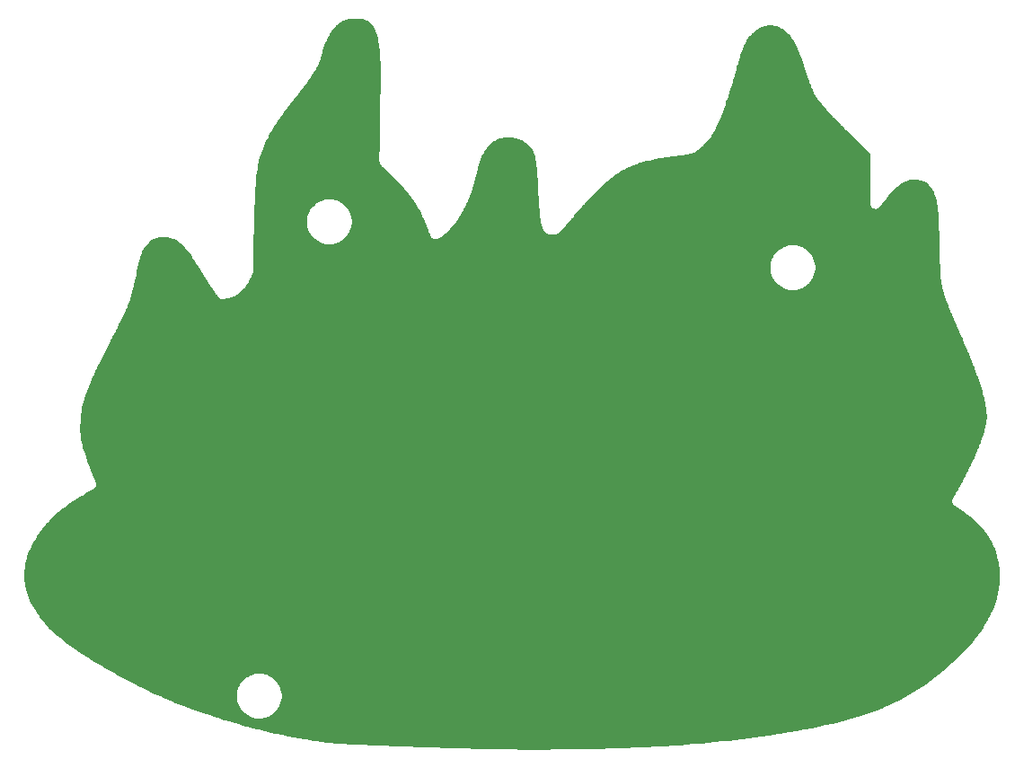
<source format=gbr>
%TF.GenerationSoftware,KiCad,Pcbnew,(6.0.1-0)*%
%TF.CreationDate,2023-09-14T22:16:03-07:00*%
%TF.ProjectId,pizzapad-base,70697a7a-6170-4616-942d-626173652e6b,rev?*%
%TF.SameCoordinates,Original*%
%TF.FileFunction,Copper,L2,Bot*%
%TF.FilePolarity,Positive*%
%FSLAX46Y46*%
G04 Gerber Fmt 4.6, Leading zero omitted, Abs format (unit mm)*
G04 Created by KiCad (PCBNEW (6.0.1-0)) date 2023-09-14 22:16:03*
%MOMM*%
%LPD*%
G01*
G04 APERTURE LIST*
G04 APERTURE END LIST*
%TA.AperFunction,NonConductor*%
G36*
X142188153Y-71007317D02*
G01*
X142343642Y-71011421D01*
X142358529Y-71012701D01*
X142393890Y-71017871D01*
X142402780Y-71016624D01*
X142411756Y-71016651D01*
X142411754Y-71017317D01*
X142423143Y-71017023D01*
X142594585Y-71032036D01*
X142604380Y-71033283D01*
X142802436Y-71066412D01*
X142813198Y-71068699D01*
X142850667Y-71078391D01*
X142989174Y-71114218D01*
X143000702Y-71117797D01*
X143156608Y-71174522D01*
X143168545Y-71179575D01*
X143307145Y-71246847D01*
X143319016Y-71253420D01*
X143443476Y-71331384D01*
X143454748Y-71339337D01*
X143568273Y-71429128D01*
X143578464Y-71438124D01*
X143649541Y-71508057D01*
X143683708Y-71541674D01*
X143692517Y-71551288D01*
X143707871Y-71569892D01*
X143781833Y-71659512D01*
X143791259Y-71670934D01*
X143798538Y-71680676D01*
X143891622Y-71818676D01*
X143897410Y-71828128D01*
X143984900Y-71986232D01*
X143989358Y-71995095D01*
X144068626Y-72169466D01*
X144070904Y-72174478D01*
X144074249Y-72182572D01*
X144149343Y-72383814D01*
X144151793Y-72391041D01*
X144217855Y-72607353D01*
X144219995Y-72614360D01*
X144221765Y-72620754D01*
X144223806Y-72628960D01*
X144282729Y-72865906D01*
X144283971Y-72871434D01*
X144311758Y-73009716D01*
X144337571Y-73138173D01*
X144338445Y-73143008D01*
X144384694Y-73430861D01*
X144385291Y-73435022D01*
X144424361Y-73743604D01*
X144424760Y-73747163D01*
X144435822Y-73860238D01*
X144456717Y-74073825D01*
X144456928Y-74075984D01*
X144457185Y-74078983D01*
X144481266Y-74406457D01*
X144482841Y-74427876D01*
X144483002Y-74430422D01*
X144502511Y-74797746D01*
X144502571Y-74798883D01*
X144502665Y-74801005D01*
X144515607Y-75160122D01*
X144516633Y-75188604D01*
X144516684Y-75190358D01*
X144520838Y-75380073D01*
X144525590Y-75597104D01*
X144525613Y-75598550D01*
X144530001Y-76023494D01*
X144530005Y-76023887D01*
X144530011Y-76024970D01*
X144530148Y-76157876D01*
X144530466Y-76468947D01*
X144530464Y-76469864D01*
X144527571Y-76932157D01*
X144527564Y-76932847D01*
X144525471Y-77111206D01*
X144521925Y-77413397D01*
X144514448Y-77892764D01*
X144514150Y-77911842D01*
X144514145Y-77912145D01*
X144504858Y-78427894D01*
X144504855Y-78428032D01*
X144496397Y-78870932D01*
X144495404Y-78922917D01*
X144495399Y-78922944D01*
X144495090Y-78939226D01*
X144494719Y-78958752D01*
X144494719Y-78958766D01*
X144494422Y-78974343D01*
X144493952Y-78998931D01*
X144493955Y-78998957D01*
X144489547Y-79231021D01*
X144484930Y-79474114D01*
X144484917Y-79474334D01*
X144484874Y-79474583D01*
X144484251Y-79509595D01*
X144484175Y-79513838D01*
X144484172Y-79513986D01*
X144483713Y-79538189D01*
X144483488Y-79550020D01*
X144483519Y-79550270D01*
X144483522Y-79550480D01*
X144474761Y-80042555D01*
X144474751Y-80042729D01*
X144474715Y-80042940D01*
X144474704Y-80043569D01*
X144474704Y-80043577D01*
X144474064Y-80081736D01*
X144474062Y-80081866D01*
X144473597Y-80107981D01*
X144473410Y-80118464D01*
X144473437Y-80118683D01*
X144473441Y-80118858D01*
X144472527Y-80173341D01*
X144471794Y-80217016D01*
X144471792Y-80217056D01*
X144471784Y-80217097D01*
X144471782Y-80217214D01*
X144471782Y-80217215D01*
X144471161Y-80254666D01*
X144471155Y-80254666D01*
X144471161Y-80254691D01*
X144471093Y-80258727D01*
X144470663Y-80284361D01*
X144470517Y-80293038D01*
X144470523Y-80293088D01*
X144470524Y-80293106D01*
X144466384Y-80542848D01*
X144466204Y-80553692D01*
X144466202Y-80553731D01*
X144466189Y-80553803D01*
X144466186Y-80554009D01*
X144465543Y-80593548D01*
X144465530Y-80593590D01*
X144465542Y-80593590D01*
X144464943Y-80629692D01*
X144464951Y-80629752D01*
X144464952Y-80629818D01*
X144463534Y-80716996D01*
X144460977Y-80874155D01*
X144460958Y-80875296D01*
X144460954Y-80875365D01*
X144460941Y-80875440D01*
X144460319Y-80914525D01*
X144459721Y-80951296D01*
X144459731Y-80951374D01*
X144459732Y-80951438D01*
X144456062Y-81182211D01*
X144456058Y-81182289D01*
X144456042Y-81182379D01*
X144455438Y-81221406D01*
X144454853Y-81258203D01*
X144454864Y-81258295D01*
X144454866Y-81258374D01*
X144451518Y-81474795D01*
X144451513Y-81474887D01*
X144451495Y-81474995D01*
X144450894Y-81515195D01*
X144450343Y-81550781D01*
X144450356Y-81550887D01*
X144450358Y-81550971D01*
X144447329Y-81753435D01*
X144447324Y-81753536D01*
X144447302Y-81753661D01*
X144447155Y-81763893D01*
X144446753Y-81791882D01*
X144446752Y-81791956D01*
X144446299Y-81822274D01*
X144446192Y-81829409D01*
X144446208Y-81829531D01*
X144446210Y-81829635D01*
X144443495Y-82018497D01*
X144443489Y-82018618D01*
X144443464Y-82018762D01*
X144443458Y-82019200D01*
X144442931Y-82057682D01*
X144442930Y-82057767D01*
X144442691Y-82074437D01*
X144442403Y-82094458D01*
X144442422Y-82094604D01*
X144442425Y-82094722D01*
X144440035Y-82269350D01*
X144440021Y-82270358D01*
X144440014Y-82270500D01*
X144439986Y-82270664D01*
X144439914Y-82276218D01*
X144439493Y-82308867D01*
X144439471Y-82308867D01*
X144439492Y-82308964D01*
X144438981Y-82346312D01*
X144439004Y-82346486D01*
X144439007Y-82346610D01*
X144438738Y-82367448D01*
X144436906Y-82509406D01*
X144436898Y-82509562D01*
X144436866Y-82509753D01*
X144436859Y-82510333D01*
X144436859Y-82510334D01*
X144436400Y-82548631D01*
X144436399Y-82548746D01*
X144435966Y-82582352D01*
X144435927Y-82585337D01*
X144435951Y-82585523D01*
X144435955Y-82585696D01*
X144435492Y-82624346D01*
X144434290Y-82724690D01*
X144434154Y-82736007D01*
X144434145Y-82736182D01*
X144434108Y-82736407D01*
X144434101Y-82737069D01*
X144433853Y-82759757D01*
X144433682Y-82775355D01*
X144433244Y-82811921D01*
X144433273Y-82812141D01*
X144433278Y-82812346D01*
X144431768Y-82950524D01*
X144431757Y-82950748D01*
X144431715Y-82951001D01*
X144431582Y-82964648D01*
X144431330Y-82990552D01*
X144431328Y-82990701D01*
X144430946Y-83025689D01*
X144430938Y-83026440D01*
X144430971Y-83026689D01*
X144430976Y-83026898D01*
X144429745Y-83153429D01*
X144429730Y-83153747D01*
X144429670Y-83154115D01*
X144429661Y-83155195D01*
X144429661Y-83155204D01*
X144429607Y-83162050D01*
X144429359Y-83193220D01*
X144429008Y-83229270D01*
X144429058Y-83229643D01*
X144429066Y-83229961D01*
X144427444Y-83433775D01*
X144427422Y-83436484D01*
X144427401Y-83436953D01*
X144427314Y-83437493D01*
X144427110Y-83475256D01*
X144427104Y-83476342D01*
X144427102Y-83476663D01*
X144426891Y-83503254D01*
X144426819Y-83512247D01*
X144426891Y-83512779D01*
X144426904Y-83513246D01*
X144425919Y-83695548D01*
X144425894Y-83696133D01*
X144425791Y-83696785D01*
X144425777Y-83703131D01*
X144425704Y-83735350D01*
X144425702Y-83735748D01*
X144425591Y-83756345D01*
X144425510Y-83771240D01*
X144425602Y-83771904D01*
X144425620Y-83772482D01*
X144425260Y-83931435D01*
X144425255Y-83931555D01*
X144425233Y-83931699D01*
X144425232Y-83932127D01*
X144425232Y-83932135D01*
X144425172Y-83970317D01*
X144425172Y-83970601D01*
X144425089Y-84007399D01*
X144425110Y-84007549D01*
X144425114Y-84007671D01*
X144425052Y-84047855D01*
X144425050Y-84048981D01*
X144425032Y-84049429D01*
X144424952Y-84049949D01*
X144424953Y-84051441D01*
X144424953Y-84051450D01*
X144424987Y-84088645D01*
X144424987Y-84088956D01*
X144424938Y-84120518D01*
X144424931Y-84124752D01*
X144425004Y-84125265D01*
X144425020Y-84125719D01*
X144425136Y-84254705D01*
X144425052Y-84257361D01*
X144424694Y-84259874D01*
X144424758Y-84264747D01*
X144425163Y-84295569D01*
X144425174Y-84297061D01*
X144425203Y-84329711D01*
X144425565Y-84332221D01*
X144425679Y-84334913D01*
X144426381Y-84388309D01*
X144426643Y-84408263D01*
X144426279Y-84419633D01*
X144425809Y-84425710D01*
X144423854Y-84434475D01*
X144426294Y-84471911D01*
X144427565Y-84491423D01*
X144427821Y-84497961D01*
X144428073Y-84517191D01*
X144428767Y-84521620D01*
X144428767Y-84521623D01*
X144429197Y-84524369D01*
X144430447Y-84535668D01*
X144432296Y-84564048D01*
X144433315Y-84579681D01*
X144437086Y-84590027D01*
X144443185Y-84613670D01*
X144444889Y-84624548D01*
X144448712Y-84632671D01*
X144448712Y-84632672D01*
X144463669Y-84664454D01*
X144468042Y-84674953D01*
X144480074Y-84707959D01*
X144483150Y-84716397D01*
X144488468Y-84723629D01*
X144489668Y-84725261D01*
X144502160Y-84746246D01*
X144503028Y-84748091D01*
X144503030Y-84748094D01*
X144506850Y-84756211D01*
X144512796Y-84762931D01*
X144536077Y-84789244D01*
X144543219Y-84798090D01*
X144544927Y-84800412D01*
X144549384Y-84806473D01*
X144552834Y-84809901D01*
X144552837Y-84809905D01*
X144562570Y-84819577D01*
X144568119Y-84825457D01*
X144603275Y-84865191D01*
X144610875Y-84869976D01*
X144617713Y-84875785D01*
X144617460Y-84876083D01*
X144627262Y-84883879D01*
X144638700Y-84895236D01*
X144664608Y-84920984D01*
X144664686Y-84921042D01*
X144664742Y-84921094D01*
X144753730Y-85009451D01*
X144754089Y-85009835D01*
X144754455Y-85010329D01*
X144782067Y-85037587D01*
X144807458Y-85062798D01*
X144807950Y-85063164D01*
X144808343Y-85063526D01*
X144889395Y-85143540D01*
X144914346Y-85168171D01*
X144914842Y-85168698D01*
X144915325Y-85169344D01*
X144916943Y-85170929D01*
X144916957Y-85170944D01*
X144942699Y-85196162D01*
X144943043Y-85196500D01*
X144966556Y-85219712D01*
X144966574Y-85219728D01*
X144968172Y-85221306D01*
X144968818Y-85221784D01*
X144969361Y-85222281D01*
X145082091Y-85332718D01*
X145082485Y-85333134D01*
X145082874Y-85333652D01*
X145110532Y-85360580D01*
X145136163Y-85385690D01*
X145136691Y-85386077D01*
X145137125Y-85386472D01*
X145253074Y-85499363D01*
X145253351Y-85499654D01*
X145253625Y-85500016D01*
X145254559Y-85500922D01*
X145254570Y-85500933D01*
X145276730Y-85522415D01*
X145281638Y-85527173D01*
X145307391Y-85552246D01*
X145307756Y-85552512D01*
X145308049Y-85552777D01*
X145443376Y-85683965D01*
X145443619Y-85684201D01*
X145636982Y-85872662D01*
X145637590Y-85873259D01*
X145816119Y-86049959D01*
X145821844Y-86055625D01*
X145822610Y-86056390D01*
X145999497Y-86234498D01*
X146000339Y-86235354D01*
X146169816Y-86409285D01*
X146170663Y-86410162D01*
X146274781Y-86519284D01*
X146333246Y-86580559D01*
X146334188Y-86581557D01*
X146490139Y-86748803D01*
X146491019Y-86749759D01*
X146540600Y-86804275D01*
X146640451Y-86914065D01*
X146641557Y-86915297D01*
X146784858Y-87077172D01*
X146785985Y-87078465D01*
X146923405Y-87238268D01*
X146924594Y-87239672D01*
X147056559Y-87397955D01*
X147057845Y-87399523D01*
X147184613Y-87556649D01*
X147185934Y-87558315D01*
X147307846Y-87714752D01*
X147309187Y-87716505D01*
X147426615Y-87872759D01*
X147427968Y-87874593D01*
X147541210Y-88031093D01*
X147542557Y-88032992D01*
X147574507Y-88078909D01*
X147640342Y-88173525D01*
X147651972Y-88190240D01*
X147653301Y-88192188D01*
X147675924Y-88226040D01*
X147759260Y-88350737D01*
X147760535Y-88352685D01*
X147863341Y-88512987D01*
X147864503Y-88514837D01*
X147954396Y-88660999D01*
X147964547Y-88677504D01*
X147965740Y-88679486D01*
X148018358Y-88768734D01*
X148063191Y-88844778D01*
X148064347Y-88846779D01*
X148159613Y-89015357D01*
X148160703Y-89017328D01*
X148254056Y-89189642D01*
X148255077Y-89191565D01*
X148346874Y-89368227D01*
X148347821Y-89370088D01*
X148377535Y-89429665D01*
X148425071Y-89524974D01*
X148438273Y-89551445D01*
X148439131Y-89553199D01*
X148476444Y-89631064D01*
X148528652Y-89740014D01*
X148529450Y-89741714D01*
X148618090Y-89933993D01*
X148618817Y-89935597D01*
X148707066Y-90134286D01*
X148707722Y-90135790D01*
X148795685Y-90340995D01*
X148796273Y-90342390D01*
X148838297Y-90443774D01*
X148879790Y-90543875D01*
X148884253Y-90554643D01*
X148884779Y-90555932D01*
X148973098Y-90775839D01*
X148973564Y-90777016D01*
X149017561Y-90889830D01*
X149053694Y-90982479D01*
X149062406Y-91004819D01*
X149062817Y-91005889D01*
X149152395Y-91241900D01*
X149152756Y-91242863D01*
X149176093Y-91305894D01*
X149225674Y-91439808D01*
X149228172Y-91446556D01*
X149233243Y-91464038D01*
X149238897Y-91490566D01*
X149243156Y-91498465D01*
X149256524Y-91523258D01*
X149256707Y-91523626D01*
X149256878Y-91524089D01*
X149257553Y-91525333D01*
X149257553Y-91525334D01*
X149273506Y-91554757D01*
X149273646Y-91555015D01*
X149301304Y-91606310D01*
X149307956Y-91618648D01*
X149308384Y-91619082D01*
X149308674Y-91619616D01*
X149359525Y-91670883D01*
X149410189Y-91722201D01*
X149410719Y-91722496D01*
X149411148Y-91722928D01*
X149425584Y-91730908D01*
X149474298Y-91757837D01*
X149474556Y-91757980D01*
X149529689Y-91788626D01*
X149529691Y-91788627D01*
X149537375Y-91792898D01*
X149537966Y-91793032D01*
X149538500Y-91793327D01*
X149609077Y-91809145D01*
X149609367Y-91809211D01*
X149670742Y-91823119D01*
X149670744Y-91823119D01*
X149679291Y-91825056D01*
X149679897Y-91825019D01*
X149680492Y-91825152D01*
X149689233Y-91824592D01*
X149689236Y-91824592D01*
X149742535Y-91821176D01*
X149752657Y-91820527D01*
X149790544Y-91818189D01*
X149815733Y-91816634D01*
X149824530Y-91816091D01*
X149825101Y-91815885D01*
X149825709Y-91815846D01*
X149834003Y-91812833D01*
X149834006Y-91812832D01*
X149893639Y-91791166D01*
X149929705Y-91778158D01*
X149930140Y-91777920D01*
X149930511Y-91777770D01*
X149962476Y-91766156D01*
X149987499Y-91747796D01*
X150001560Y-91738848D01*
X150016073Y-91730908D01*
X150027289Y-91725474D01*
X150030236Y-91724222D01*
X150030241Y-91724219D01*
X150034722Y-91722316D01*
X150038857Y-91719745D01*
X150038864Y-91719742D01*
X150053380Y-91710719D01*
X150059415Y-91707195D01*
X150075975Y-91698136D01*
X150083080Y-91692815D01*
X150092096Y-91686654D01*
X150103117Y-91679804D01*
X150150456Y-91650379D01*
X150216625Y-91609250D01*
X150225381Y-91604281D01*
X150233676Y-91600002D01*
X150233678Y-91600001D01*
X150238007Y-91597768D01*
X150241937Y-91594899D01*
X150241945Y-91594894D01*
X150250893Y-91588362D01*
X150258658Y-91583124D01*
X150265773Y-91578701D01*
X150265778Y-91578698D01*
X150269580Y-91576334D01*
X150281095Y-91566667D01*
X150287813Y-91561405D01*
X150414421Y-91468970D01*
X150423664Y-91462827D01*
X150433542Y-91456873D01*
X150447794Y-91444946D01*
X150454352Y-91439815D01*
X150466862Y-91430682D01*
X150475686Y-91422076D01*
X150482790Y-91415656D01*
X150597626Y-91319547D01*
X150605423Y-91313734D01*
X150607984Y-91311741D01*
X150612049Y-91309053D01*
X150631503Y-91291337D01*
X150635474Y-91287870D01*
X150649853Y-91275837D01*
X150649858Y-91275832D01*
X150653290Y-91272960D01*
X150656288Y-91269621D01*
X150656376Y-91269536D01*
X150665169Y-91260680D01*
X150725868Y-91205407D01*
X150731493Y-91200858D01*
X150731451Y-91200808D01*
X150735175Y-91197680D01*
X150739133Y-91194845D01*
X150742602Y-91191441D01*
X150742609Y-91191435D01*
X150758928Y-91175421D01*
X150762341Y-91172195D01*
X150777267Y-91158603D01*
X150777278Y-91158592D01*
X150780584Y-91155581D01*
X150783433Y-91152128D01*
X150786323Y-91149094D01*
X150791428Y-91143529D01*
X150792933Y-91142053D01*
X150920380Y-91016992D01*
X150963863Y-90974323D01*
X150973768Y-90965575D01*
X150974741Y-90964803D01*
X150974747Y-90964798D01*
X150978562Y-90961769D01*
X150994778Y-90944201D01*
X150999092Y-90939753D01*
X151013954Y-90925169D01*
X151018155Y-90919673D01*
X151025670Y-90910733D01*
X151036463Y-90899040D01*
X151197444Y-90724636D01*
X151206972Y-90715350D01*
X151207752Y-90714666D01*
X151207760Y-90714657D01*
X151211418Y-90711451D01*
X151226358Y-90693591D01*
X151226883Y-90692964D01*
X151230938Y-90688349D01*
X151242160Y-90676191D01*
X151242161Y-90676190D01*
X151245192Y-90672906D01*
X151248998Y-90667381D01*
X151256114Y-90658020D01*
X151424303Y-90456956D01*
X151433464Y-90447120D01*
X151433964Y-90446637D01*
X151437469Y-90443256D01*
X151452252Y-90423765D01*
X151455984Y-90419082D01*
X151466815Y-90406134D01*
X151469692Y-90402695D01*
X151473039Y-90397289D01*
X151479776Y-90387477D01*
X151515032Y-90340995D01*
X151644242Y-90170639D01*
X151653044Y-90160251D01*
X151656542Y-90156550D01*
X151670665Y-90136024D01*
X151674075Y-90131306D01*
X151684550Y-90117495D01*
X151687261Y-90113921D01*
X151690110Y-90108786D01*
X151696481Y-90098502D01*
X151714556Y-90072233D01*
X151808568Y-89935597D01*
X151857098Y-89865065D01*
X151864857Y-89855018D01*
X151865342Y-89854360D01*
X151868522Y-89850680D01*
X151882024Y-89829056D01*
X151885085Y-89824389D01*
X151886940Y-89821692D01*
X151897763Y-89805962D01*
X151900128Y-89801193D01*
X151906119Y-89790466D01*
X151929970Y-89752266D01*
X152062795Y-89539536D01*
X152068872Y-89530918D01*
X152070308Y-89528787D01*
X152073329Y-89524974D01*
X152082211Y-89509304D01*
X152086196Y-89502272D01*
X152088927Y-89497683D01*
X152093189Y-89490857D01*
X152098743Y-89481963D01*
X152098747Y-89481955D01*
X152101113Y-89478166D01*
X152103006Y-89473880D01*
X152108642Y-89462668D01*
X152115726Y-89450170D01*
X152162168Y-89368227D01*
X152261255Y-89193400D01*
X152265629Y-89186615D01*
X152268066Y-89182663D01*
X152270932Y-89178729D01*
X152273158Y-89174403D01*
X152273161Y-89174398D01*
X152283190Y-89154906D01*
X152285596Y-89150453D01*
X152297267Y-89129861D01*
X152298905Y-89125680D01*
X152299435Y-89124567D01*
X152304005Y-89114453D01*
X152451509Y-88827784D01*
X152454432Y-88822426D01*
X152456199Y-88819366D01*
X152458953Y-88815348D01*
X152461054Y-88810958D01*
X152461057Y-88810953D01*
X152472089Y-88787902D01*
X152473685Y-88784687D01*
X152486216Y-88760333D01*
X152487681Y-88756098D01*
X152489445Y-88751973D01*
X152489604Y-88752041D01*
X152491734Y-88746856D01*
X152547427Y-88630492D01*
X152549512Y-88626445D01*
X152551592Y-88623285D01*
X152553607Y-88618866D01*
X152553611Y-88618859D01*
X152565571Y-88592631D01*
X152566561Y-88590513D01*
X152577842Y-88566943D01*
X152577845Y-88566936D01*
X152579774Y-88562905D01*
X152580903Y-88559310D01*
X152582748Y-88554964D01*
X152638537Y-88432622D01*
X152640462Y-88428710D01*
X152642429Y-88425604D01*
X152644367Y-88421142D01*
X152644375Y-88421128D01*
X152655940Y-88394506D01*
X152656843Y-88392478D01*
X152669619Y-88364462D01*
X152670652Y-88360942D01*
X152672338Y-88356762D01*
X152674956Y-88350737D01*
X152727827Y-88229043D01*
X152729609Y-88225257D01*
X152731466Y-88222207D01*
X152744498Y-88190721D01*
X152745351Y-88188712D01*
X152755892Y-88164449D01*
X152755895Y-88164441D01*
X152757680Y-88160332D01*
X152758619Y-88156908D01*
X152760156Y-88152892D01*
X152815317Y-88019621D01*
X152816959Y-88015971D01*
X152818705Y-88012990D01*
X152831265Y-87981135D01*
X152832011Y-87979287D01*
X152843961Y-87950415D01*
X152844815Y-87947073D01*
X152846229Y-87943182D01*
X152900984Y-87804303D01*
X152902501Y-87800775D01*
X152904149Y-87797854D01*
X152905966Y-87793017D01*
X152916257Y-87765613D01*
X152916960Y-87763784D01*
X152928464Y-87734606D01*
X152929235Y-87731364D01*
X152930517Y-87727643D01*
X152984863Y-87582923D01*
X152986253Y-87579541D01*
X152987803Y-87576690D01*
X152999436Y-87544162D01*
X153000116Y-87542308D01*
X153009617Y-87517008D01*
X153009619Y-87517002D01*
X153011196Y-87512802D01*
X153011893Y-87509638D01*
X153013064Y-87506056D01*
X153022277Y-87480294D01*
X153066933Y-87355430D01*
X153068211Y-87352178D01*
X153069672Y-87349390D01*
X153080874Y-87316492D01*
X153081496Y-87314711D01*
X153090651Y-87289111D01*
X153092159Y-87284895D01*
X153092785Y-87281829D01*
X153093849Y-87278392D01*
X153147209Y-87121690D01*
X153148385Y-87118560D01*
X153149754Y-87115851D01*
X153160528Y-87082613D01*
X153161105Y-87080879D01*
X153169911Y-87055018D01*
X153171357Y-87050772D01*
X153171916Y-87047802D01*
X153172880Y-87044513D01*
X153225689Y-86881605D01*
X153226769Y-86878601D01*
X153228056Y-86875962D01*
X153238391Y-86842464D01*
X153238932Y-86840753D01*
X153244029Y-86825032D01*
X153248794Y-86810332D01*
X153249293Y-86807445D01*
X153250173Y-86804275D01*
X153280689Y-86705366D01*
X153302378Y-86635065D01*
X153303370Y-86632179D01*
X153304580Y-86629610D01*
X153314513Y-86595772D01*
X153314988Y-86594196D01*
X153324472Y-86563456D01*
X153324915Y-86560658D01*
X153325709Y-86557635D01*
X153347183Y-86484484D01*
X153377278Y-86381962D01*
X153378191Y-86379186D01*
X153379327Y-86376688D01*
X153381185Y-86370035D01*
X153388855Y-86342570D01*
X153389313Y-86340972D01*
X153397128Y-86314348D01*
X153397131Y-86314334D01*
X153398393Y-86310035D01*
X153398783Y-86307333D01*
X153399504Y-86304428D01*
X153427326Y-86204789D01*
X153450396Y-86122166D01*
X153451231Y-86119512D01*
X153452297Y-86117086D01*
X153461443Y-86082642D01*
X153461831Y-86081217D01*
X153469353Y-86054278D01*
X153470559Y-86049959D01*
X153470901Y-86047344D01*
X153471554Y-86044559D01*
X153521725Y-85855599D01*
X153522495Y-85853039D01*
X153523494Y-85850686D01*
X153532237Y-85816042D01*
X153532624Y-85814550D01*
X153539819Y-85787454D01*
X153539821Y-85787446D01*
X153540971Y-85783113D01*
X153541270Y-85780576D01*
X153541856Y-85777926D01*
X153591271Y-85582126D01*
X153591981Y-85579657D01*
X153592915Y-85577382D01*
X153601278Y-85542505D01*
X153601632Y-85541069D01*
X153608529Y-85513739D01*
X153609629Y-85509382D01*
X153609887Y-85506932D01*
X153610419Y-85504382D01*
X153667568Y-85266051D01*
X153667762Y-85265256D01*
X153723327Y-85039989D01*
X153724194Y-85036669D01*
X153786972Y-84809009D01*
X153788104Y-84805144D01*
X153791716Y-84793511D01*
X153860134Y-84573143D01*
X153861595Y-84568725D01*
X153872799Y-84536850D01*
X153943651Y-84335277D01*
X153945528Y-84330281D01*
X153958236Y-84298502D01*
X154038248Y-84098409D01*
X154040643Y-84092816D01*
X154042040Y-84089761D01*
X154144584Y-83865422D01*
X154147628Y-83859218D01*
X154153045Y-83848904D01*
X154263221Y-83639136D01*
X154267069Y-83632333D01*
X154268489Y-83629995D01*
X154394597Y-83422317D01*
X154399424Y-83414960D01*
X154399489Y-83414869D01*
X154483083Y-83296680D01*
X154539102Y-83217479D01*
X154545098Y-83209667D01*
X154697172Y-83026824D01*
X154704508Y-83018743D01*
X154869308Y-82852297D01*
X154878107Y-82844216D01*
X154917588Y-82811263D01*
X155056387Y-82695415D01*
X155066657Y-82687697D01*
X155259790Y-82557444D01*
X155271432Y-82550473D01*
X155481539Y-82439616D01*
X155494272Y-82433778D01*
X155586633Y-82397500D01*
X155724328Y-82343416D01*
X155737700Y-82339009D01*
X155978405Y-82274356D01*
X155997043Y-82269350D01*
X156008208Y-82266888D01*
X156174364Y-82238086D01*
X156183044Y-82236891D01*
X156325330Y-82222315D01*
X156366665Y-82218081D01*
X156375150Y-82217500D01*
X156431007Y-82215572D01*
X156567840Y-82210849D01*
X156576289Y-82210841D01*
X156775183Y-82217320D01*
X156783705Y-82217887D01*
X156908389Y-82230443D01*
X156986174Y-82238276D01*
X156994848Y-82239454D01*
X157057657Y-82250230D01*
X157198276Y-82274356D01*
X157207184Y-82276218D01*
X157287844Y-82296141D01*
X157409166Y-82326108D01*
X157418313Y-82328738D01*
X157535967Y-82367448D01*
X157616611Y-82393981D01*
X157626024Y-82397500D01*
X157818620Y-82478392D01*
X157828228Y-82482912D01*
X158013370Y-82579753D01*
X158023053Y-82585380D01*
X158199309Y-82698577D01*
X158208897Y-82705389D01*
X158375054Y-82835519D01*
X158384341Y-82843552D01*
X158539504Y-82991587D01*
X158548216Y-83000779D01*
X158691533Y-83168077D01*
X158699400Y-83178272D01*
X158829992Y-83366715D01*
X158836785Y-83377678D01*
X158957587Y-83596986D01*
X158961788Y-83605330D01*
X158970419Y-83624183D01*
X158974305Y-83633674D01*
X159035469Y-83802331D01*
X159038789Y-83812917D01*
X159094948Y-84024174D01*
X159096698Y-84031674D01*
X159148778Y-84290325D01*
X159149628Y-84294998D01*
X159180320Y-84483988D01*
X159180765Y-84486951D01*
X159209077Y-84691992D01*
X159209389Y-84694432D01*
X159234945Y-84910573D01*
X159235167Y-84912584D01*
X159258151Y-85137951D01*
X159258309Y-85139607D01*
X159267237Y-85240299D01*
X159278148Y-85363354D01*
X159278927Y-85372142D01*
X159279033Y-85373425D01*
X159288108Y-85490057D01*
X159297546Y-85611366D01*
X159297626Y-85612456D01*
X159314310Y-85853945D01*
X159314366Y-85854797D01*
X159329526Y-86098215D01*
X159329564Y-86098848D01*
X159343420Y-86340972D01*
X159343491Y-86342217D01*
X159343515Y-86342641D01*
X159356576Y-86585182D01*
X159356587Y-86585397D01*
X159366993Y-86784984D01*
X159366994Y-86785063D01*
X159366986Y-86785142D01*
X159366998Y-86785368D01*
X159366998Y-86785379D01*
X159367991Y-86804275D01*
X159369083Y-86825078D01*
X159370951Y-86860898D01*
X159370966Y-86860974D01*
X159370972Y-86861039D01*
X159380662Y-87045538D01*
X159380666Y-87045789D01*
X159380635Y-87046097D01*
X159380683Y-87046984D01*
X159380683Y-87046995D01*
X159380887Y-87050772D01*
X159382744Y-87085184D01*
X159384642Y-87121313D01*
X159384702Y-87121616D01*
X159384724Y-87121867D01*
X159394011Y-87293963D01*
X159394016Y-87294250D01*
X159393983Y-87294584D01*
X159396154Y-87333649D01*
X159398100Y-87369715D01*
X159398166Y-87370048D01*
X159398192Y-87370330D01*
X159399931Y-87401632D01*
X159407079Y-87530276D01*
X159407084Y-87530583D01*
X159407048Y-87530954D01*
X159409271Y-87569730D01*
X159411286Y-87605993D01*
X159411359Y-87606357D01*
X159411390Y-87606692D01*
X159419880Y-87754781D01*
X159419887Y-87755145D01*
X159419848Y-87755557D01*
X159421053Y-87775869D01*
X159422086Y-87793291D01*
X159422172Y-87794745D01*
X159424221Y-87830491D01*
X159424302Y-87830893D01*
X159424336Y-87831254D01*
X159432438Y-87967887D01*
X159432447Y-87968290D01*
X159432404Y-87968746D01*
X159432485Y-87970061D01*
X159432485Y-87970068D01*
X159434804Y-88007791D01*
X159434817Y-88008002D01*
X159436925Y-88043562D01*
X159437017Y-88044016D01*
X159437054Y-88044392D01*
X159438105Y-88061500D01*
X159444778Y-88170065D01*
X159444795Y-88170752D01*
X159444725Y-88171537D01*
X159446657Y-88201166D01*
X159447217Y-88209762D01*
X159447247Y-88210228D01*
X159448943Y-88237813D01*
X159449419Y-88245560D01*
X159449576Y-88246320D01*
X159449645Y-88247019D01*
X159457318Y-88364713D01*
X159468125Y-88530478D01*
X159468862Y-88541789D01*
X159468896Y-88542945D01*
X159468791Y-88544198D01*
X159470911Y-88573973D01*
X159471470Y-88581832D01*
X159471521Y-88582583D01*
X159472632Y-88599623D01*
X159473768Y-88617055D01*
X159474027Y-88618282D01*
X159474147Y-88619439D01*
X159492261Y-88873942D01*
X159492314Y-88875412D01*
X159492196Y-88876962D01*
X159492519Y-88881069D01*
X159495114Y-88914069D01*
X159495176Y-88914894D01*
X159497607Y-88949046D01*
X159497937Y-88950567D01*
X159498100Y-88952039D01*
X159501807Y-88999189D01*
X159515153Y-89168917D01*
X159515238Y-89170825D01*
X159515109Y-89172758D01*
X159518321Y-89209276D01*
X159518417Y-89210430D01*
X159521046Y-89243856D01*
X159521468Y-89245739D01*
X159521697Y-89247660D01*
X159537707Y-89429665D01*
X159537845Y-89432172D01*
X159537712Y-89434587D01*
X159538195Y-89439430D01*
X159538195Y-89439431D01*
X159541271Y-89470279D01*
X159541408Y-89471739D01*
X159543689Y-89497663D01*
X159544282Y-89504408D01*
X159544835Y-89506767D01*
X159545163Y-89509293D01*
X159548693Y-89544695D01*
X159560105Y-89659134D01*
X159560434Y-89663815D01*
X159560295Y-89667668D01*
X159560869Y-89672495D01*
X159564256Y-89700988D01*
X159564515Y-89703357D01*
X159567541Y-89733695D01*
X159568462Y-89737433D01*
X159569162Y-89742241D01*
X159591233Y-89927851D01*
X159593652Y-89948198D01*
X159594002Y-89954354D01*
X159594197Y-89954340D01*
X159594551Y-89959196D01*
X159594530Y-89964064D01*
X159595258Y-89968877D01*
X159598950Y-89993296D01*
X159599484Y-89997253D01*
X159602598Y-90023437D01*
X159603753Y-90027770D01*
X159604597Y-90032171D01*
X159604489Y-90032192D01*
X159605745Y-90038223D01*
X159629306Y-90194011D01*
X159630564Y-90206529D01*
X159630954Y-90214292D01*
X159635483Y-90236107D01*
X159636696Y-90242878D01*
X159639560Y-90261815D01*
X159642018Y-90269980D01*
X159642027Y-90270011D01*
X159644741Y-90280707D01*
X159667893Y-90392229D01*
X159682967Y-90464841D01*
X159683718Y-90468775D01*
X159688916Y-90498538D01*
X159690479Y-90503140D01*
X159690583Y-90503547D01*
X159691845Y-90507605D01*
X159692684Y-90511646D01*
X159703519Y-90541614D01*
X159704298Y-90543839D01*
X159753371Y-90688353D01*
X159756660Y-90699784D01*
X159757326Y-90702590D01*
X159758139Y-90711532D01*
X159770806Y-90743697D01*
X159779564Y-90765937D01*
X159781634Y-90771585D01*
X159788209Y-90790948D01*
X159790899Y-90796249D01*
X159795767Y-90807082D01*
X159797323Y-90811031D01*
X159799108Y-90815562D01*
X159801565Y-90819759D01*
X159801566Y-90819761D01*
X159809148Y-90832713D01*
X159812772Y-90839352D01*
X159825806Y-90865036D01*
X159837383Y-90887851D01*
X159839497Y-90890102D01*
X159839740Y-90890516D01*
X159840732Y-90893655D01*
X159845734Y-90901115D01*
X159845735Y-90901117D01*
X159870843Y-90938563D01*
X159874930Y-90945081D01*
X159880978Y-90955414D01*
X159880990Y-90955432D01*
X159883247Y-90959287D01*
X159886032Y-90962789D01*
X159886037Y-90962796D01*
X159889556Y-90967220D01*
X159895598Y-90975484D01*
X159902997Y-90986519D01*
X159906296Y-90990095D01*
X159913709Y-90998131D01*
X159919711Y-91005135D01*
X159942230Y-91033449D01*
X159950887Y-91044334D01*
X159958223Y-91049510D01*
X159964749Y-91055671D01*
X159964739Y-91055682D01*
X159975538Y-91065155D01*
X160023041Y-91116649D01*
X160030903Y-91127284D01*
X160031103Y-91127125D01*
X160036681Y-91134163D01*
X160041203Y-91141918D01*
X160078963Y-91177689D01*
X160084919Y-91183725D01*
X160088543Y-91187653D01*
X160094767Y-91194400D01*
X160102178Y-91200435D01*
X160104188Y-91202072D01*
X160111265Y-91208291D01*
X160146840Y-91241993D01*
X160154826Y-91246089D01*
X160161434Y-91250768D01*
X160165134Y-91253185D01*
X160172068Y-91257353D01*
X160179026Y-91263019D01*
X160207994Y-91275231D01*
X160224169Y-91282050D01*
X160232722Y-91286040D01*
X160268327Y-91304300D01*
X160268329Y-91304301D01*
X160276320Y-91308399D01*
X160285135Y-91310089D01*
X160292786Y-91312724D01*
X160297008Y-91314003D01*
X160304845Y-91316060D01*
X160313113Y-91319545D01*
X160361764Y-91325138D01*
X160371095Y-91326567D01*
X160381345Y-91328532D01*
X160381355Y-91328533D01*
X160386127Y-91329448D01*
X160390985Y-91329618D01*
X160390986Y-91329618D01*
X160398242Y-91329872D01*
X160399970Y-91329932D01*
X160409957Y-91330680D01*
X160457675Y-91336166D01*
X160466523Y-91334647D01*
X160469661Y-91334560D01*
X160491038Y-91333115D01*
X160778115Y-91343147D01*
X160886957Y-91346950D01*
X160893276Y-91347538D01*
X160898673Y-91349164D01*
X160907645Y-91349238D01*
X160907647Y-91349238D01*
X160932834Y-91349445D01*
X160964540Y-91349705D01*
X160967858Y-91349777D01*
X160994318Y-91350702D01*
X160998773Y-91350222D01*
X161001253Y-91350132D01*
X161006851Y-91350053D01*
X161023425Y-91350189D01*
X161044182Y-91350360D01*
X161055600Y-91347123D01*
X161062532Y-91345158D01*
X161083403Y-91341105D01*
X161102358Y-91339063D01*
X161135714Y-91325282D01*
X161149449Y-91320516D01*
X161175540Y-91313119D01*
X161175543Y-91313118D01*
X161184180Y-91310669D01*
X161191781Y-91305895D01*
X161191784Y-91305894D01*
X161200335Y-91300524D01*
X161219233Y-91290775D01*
X161222201Y-91289549D01*
X161236846Y-91283498D01*
X161259971Y-91264939D01*
X161264989Y-91260912D01*
X161270856Y-91256737D01*
X161270827Y-91256698D01*
X161274745Y-91253793D01*
X161278863Y-91251207D01*
X161298645Y-91234024D01*
X161302403Y-91230886D01*
X161343333Y-91198038D01*
X161343334Y-91198037D01*
X161350333Y-91192420D01*
X161354930Y-91185843D01*
X161356399Y-91184427D01*
X161356319Y-91184347D01*
X161359483Y-91181177D01*
X161362871Y-91178234D01*
X161370407Y-91169526D01*
X161377148Y-91162326D01*
X161474107Y-91066610D01*
X161479034Y-91062304D01*
X161478935Y-91062195D01*
X161482540Y-91058933D01*
X161486394Y-91055953D01*
X161506265Y-91034965D01*
X161509182Y-91031987D01*
X161527552Y-91013852D01*
X161530263Y-91010283D01*
X161533222Y-91006914D01*
X161533271Y-91006957D01*
X161537509Y-91001964D01*
X161638734Y-90895049D01*
X161641601Y-90892198D01*
X161644341Y-90890003D01*
X161667364Y-90864836D01*
X161668768Y-90863326D01*
X161690208Y-90840681D01*
X161692228Y-90837825D01*
X161694993Y-90834634D01*
X161798388Y-90721611D01*
X161800273Y-90719680D01*
X161802260Y-90718048D01*
X161818557Y-90699784D01*
X161825987Y-90691458D01*
X161827032Y-90690301D01*
X161845981Y-90669587D01*
X161849010Y-90666276D01*
X161850457Y-90664155D01*
X161852231Y-90662046D01*
X161855824Y-90658020D01*
X161994012Y-90503153D01*
X161995268Y-90501839D01*
X161996697Y-90500643D01*
X161999862Y-90497031D01*
X161999875Y-90497018D01*
X162020945Y-90472976D01*
X162021692Y-90472131D01*
X162041086Y-90450397D01*
X162044070Y-90447053D01*
X162045099Y-90445503D01*
X162046271Y-90444079D01*
X162112404Y-90368621D01*
X162147315Y-90328788D01*
X162148174Y-90327875D01*
X162149210Y-90326997D01*
X162173934Y-90298417D01*
X162174323Y-90297971D01*
X162194612Y-90274822D01*
X162194614Y-90274820D01*
X162196994Y-90272104D01*
X162197735Y-90270967D01*
X162198534Y-90269980D01*
X162220284Y-90244838D01*
X162319157Y-90130544D01*
X162319925Y-90129718D01*
X162320870Y-90128908D01*
X162330627Y-90117495D01*
X162345404Y-90100208D01*
X162345887Y-90099646D01*
X162366329Y-90076016D01*
X162366332Y-90076013D01*
X162368501Y-90073505D01*
X162369170Y-90072464D01*
X162369887Y-90071567D01*
X162414838Y-90018984D01*
X162461786Y-89964064D01*
X162511166Y-89906299D01*
X162511866Y-89905537D01*
X162512724Y-89904793D01*
X162514723Y-89902429D01*
X162514732Y-89902419D01*
X162537254Y-89875782D01*
X162537587Y-89875390D01*
X162560204Y-89848933D01*
X162560814Y-89847970D01*
X162561454Y-89847161D01*
X162569976Y-89837083D01*
X162641692Y-89752266D01*
X162724392Y-89654460D01*
X162725028Y-89653761D01*
X162725813Y-89653073D01*
X162750267Y-89623861D01*
X162750571Y-89623499D01*
X162771298Y-89598985D01*
X162771300Y-89598983D01*
X162773147Y-89596798D01*
X162773701Y-89595914D01*
X162774292Y-89595158D01*
X162960401Y-89372825D01*
X162984524Y-89344007D01*
X163117472Y-89185777D01*
X163118038Y-89185109D01*
X163251981Y-89028320D01*
X163252641Y-89027553D01*
X163346247Y-88919747D01*
X163388952Y-88870564D01*
X163389580Y-88869847D01*
X163395317Y-88863345D01*
X163527966Y-88712993D01*
X163528623Y-88712254D01*
X163550168Y-88688216D01*
X163669052Y-88555579D01*
X163669607Y-88554964D01*
X163763725Y-88451588D01*
X163811903Y-88398671D01*
X163812565Y-88397950D01*
X163893808Y-88310096D01*
X163956246Y-88242578D01*
X163956875Y-88241903D01*
X163957443Y-88241299D01*
X164102043Y-88087352D01*
X164102550Y-88086817D01*
X164248886Y-87933443D01*
X164249566Y-87932737D01*
X164396616Y-87781030D01*
X164397320Y-87780309D01*
X164545335Y-87630031D01*
X164546057Y-87629304D01*
X164620139Y-87555302D01*
X164694564Y-87480959D01*
X164695162Y-87480366D01*
X164844015Y-87334123D01*
X164844677Y-87333479D01*
X164993470Y-87189761D01*
X164994266Y-87188999D01*
X165143124Y-87047716D01*
X165143953Y-87046936D01*
X165153267Y-87038255D01*
X165285156Y-86915322D01*
X165292341Y-86908625D01*
X165293117Y-86907908D01*
X165441217Y-86772434D01*
X165441901Y-86771815D01*
X165587918Y-86640835D01*
X165589353Y-86639568D01*
X165881596Y-86385469D01*
X165883693Y-86383686D01*
X166081042Y-86219738D01*
X166169039Y-86146634D01*
X166171508Y-86144636D01*
X166449041Y-85925658D01*
X166451918Y-85923454D01*
X166468820Y-85910890D01*
X166520245Y-85872662D01*
X166719612Y-85724459D01*
X166723031Y-85722005D01*
X166881965Y-85611904D01*
X166978559Y-85544989D01*
X166982684Y-85542250D01*
X167223302Y-85389274D01*
X167228458Y-85386166D01*
X167248779Y-85374572D01*
X167454473Y-85257212D01*
X167459603Y-85254440D01*
X167475148Y-85246501D01*
X167676756Y-85143536D01*
X167680669Y-85141623D01*
X167686726Y-85138790D01*
X167885663Y-85045731D01*
X167912862Y-85033008D01*
X167916508Y-85031372D01*
X168041433Y-84977695D01*
X168160380Y-84926587D01*
X168163736Y-84925203D01*
X168332498Y-84858466D01*
X168418105Y-84824613D01*
X168421303Y-84823398D01*
X168572887Y-84768164D01*
X168685215Y-84727235D01*
X168688169Y-84726201D01*
X168960375Y-84634774D01*
X168963242Y-84633849D01*
X168993296Y-84624548D01*
X169242782Y-84547339D01*
X169245512Y-84546528D01*
X169531405Y-84465109D01*
X169533951Y-84464414D01*
X169825020Y-84388303D01*
X169827522Y-84387676D01*
X170122875Y-84316995D01*
X170125278Y-84316446D01*
X170423769Y-84251372D01*
X170426131Y-84250881D01*
X170726741Y-84191550D01*
X170729107Y-84191106D01*
X171030870Y-84137635D01*
X171033218Y-84137243D01*
X171335048Y-84089761D01*
X171337464Y-84089405D01*
X171638365Y-84048026D01*
X171640807Y-84047714D01*
X171943333Y-84012117D01*
X171944410Y-84011995D01*
X171986593Y-84007399D01*
X172249231Y-83978784D01*
X172250045Y-83978725D01*
X172250986Y-83978764D01*
X172266735Y-83976977D01*
X172288933Y-83974459D01*
X172289490Y-83974397D01*
X172311835Y-83971962D01*
X172324332Y-83970601D01*
X172325238Y-83970368D01*
X172326076Y-83970245D01*
X172555199Y-83944252D01*
X172556770Y-83944129D01*
X172558421Y-83944184D01*
X172571519Y-83942593D01*
X172595186Y-83939720D01*
X172596169Y-83939604D01*
X172605210Y-83938578D01*
X172629979Y-83935768D01*
X172631572Y-83935352D01*
X172633162Y-83935108D01*
X172823787Y-83911960D01*
X172826562Y-83911713D01*
X172829184Y-83911768D01*
X172833994Y-83911122D01*
X172834011Y-83911121D01*
X172864501Y-83907025D01*
X172866046Y-83906827D01*
X172898241Y-83902918D01*
X172900771Y-83902237D01*
X172903549Y-83901780D01*
X173005429Y-83888097D01*
X173059382Y-83880851D01*
X173064124Y-83880354D01*
X173068039Y-83880361D01*
X173072852Y-83879620D01*
X173072855Y-83879620D01*
X173101102Y-83875272D01*
X173103499Y-83874926D01*
X173129198Y-83871475D01*
X173129203Y-83871474D01*
X173133648Y-83870877D01*
X173137404Y-83869814D01*
X173142247Y-83868939D01*
X173186851Y-83862074D01*
X173267583Y-83849649D01*
X173274656Y-83848983D01*
X173274647Y-83848904D01*
X173279481Y-83848360D01*
X173284345Y-83848190D01*
X173289120Y-83847275D01*
X173289127Y-83847274D01*
X173311790Y-83842930D01*
X173316346Y-83842143D01*
X173336489Y-83839043D01*
X173336491Y-83839043D01*
X173340926Y-83838360D01*
X173345224Y-83837054D01*
X173349578Y-83836063D01*
X173349580Y-83836071D01*
X173356491Y-83834363D01*
X173546540Y-83797939D01*
X173555442Y-83796562D01*
X173572185Y-83794585D01*
X173585048Y-83790997D01*
X173595178Y-83788618D01*
X173600860Y-83787529D01*
X173600862Y-83787529D01*
X173605263Y-83786685D01*
X173609494Y-83785228D01*
X173609498Y-83785227D01*
X173622008Y-83780919D01*
X173629176Y-83778688D01*
X173857973Y-83714869D01*
X173859371Y-83714488D01*
X173892305Y-83705709D01*
X173892309Y-83705707D01*
X173897019Y-83704452D01*
X173899956Y-83703158D01*
X173900053Y-83703131D01*
X173999527Y-83659391D01*
X173999718Y-83659231D01*
X173999989Y-83659087D01*
X174065498Y-83630227D01*
X174066213Y-83629970D01*
X174066978Y-83629867D01*
X174144869Y-83595260D01*
X174165376Y-83586225D01*
X174165806Y-83585957D01*
X174169153Y-83584470D01*
X174196125Y-83567084D01*
X174197756Y-83566050D01*
X174250271Y-83533329D01*
X174257604Y-83528760D01*
X174259823Y-83526277D01*
X174262508Y-83524294D01*
X174362225Y-83460016D01*
X174367586Y-83456748D01*
X174388342Y-83444800D01*
X174393412Y-83440727D01*
X174400768Y-83435423D01*
X174403149Y-83433637D01*
X174406924Y-83431203D01*
X174425743Y-83414869D01*
X174429420Y-83411798D01*
X174568199Y-83300305D01*
X174572936Y-83296680D01*
X174576524Y-83294067D01*
X174580672Y-83291511D01*
X174603578Y-83271953D01*
X174606481Y-83269549D01*
X174624016Y-83255462D01*
X174624018Y-83255460D01*
X174627506Y-83252658D01*
X174630563Y-83249388D01*
X174633852Y-83246337D01*
X174633954Y-83246447D01*
X174638149Y-83242437D01*
X174738736Y-83156553D01*
X174743885Y-83152385D01*
X174744121Y-83152204D01*
X174748197Y-83149552D01*
X174771881Y-83128301D01*
X174774147Y-83126317D01*
X174795989Y-83107668D01*
X174798948Y-83104306D01*
X174800198Y-83103075D01*
X174804469Y-83099059D01*
X174844206Y-83063403D01*
X174925049Y-82990864D01*
X174934859Y-82982912D01*
X174941018Y-82978412D01*
X174956864Y-82962564D01*
X174961811Y-82957878D01*
X174972851Y-82947972D01*
X174972858Y-82947965D01*
X174976190Y-82944975D01*
X174981600Y-82938516D01*
X174989090Y-82930335D01*
X175115125Y-82804285D01*
X175124104Y-82796131D01*
X175127221Y-82793563D01*
X175127228Y-82793556D01*
X175130985Y-82790461D01*
X175145036Y-82774671D01*
X175150069Y-82769336D01*
X175159648Y-82759757D01*
X175159653Y-82759751D01*
X175162824Y-82756580D01*
X175168647Y-82748810D01*
X175175345Y-82740612D01*
X175302592Y-82597623D01*
X175311013Y-82589024D01*
X175317728Y-82582793D01*
X175320747Y-82578970D01*
X175320751Y-82578965D01*
X175330677Y-82566393D01*
X175335440Y-82560711D01*
X175341730Y-82553643D01*
X175347287Y-82547398D01*
X175350268Y-82542898D01*
X175352783Y-82539099D01*
X175358939Y-82530597D01*
X175487329Y-82367982D01*
X175495399Y-82358726D01*
X175501300Y-82352591D01*
X175513669Y-82334948D01*
X175517935Y-82329217D01*
X175529379Y-82314723D01*
X175532723Y-82308965D01*
X175534051Y-82306677D01*
X175539845Y-82297613D01*
X175546687Y-82287855D01*
X175601230Y-82210058D01*
X175669651Y-82112468D01*
X175677520Y-82102377D01*
X175679053Y-82100605D01*
X175679055Y-82100602D01*
X175682233Y-82096928D01*
X175694330Y-82077573D01*
X175698007Y-82072023D01*
X175706758Y-82059541D01*
X175709329Y-82055874D01*
X175712941Y-82048749D01*
X175718483Y-82038931D01*
X175850336Y-81827983D01*
X175858062Y-81816977D01*
X175858474Y-81816452D01*
X175858478Y-81816445D01*
X175861483Y-81812617D01*
X175863866Y-81808367D01*
X175873441Y-81791289D01*
X175876498Y-81786127D01*
X175887829Y-81767998D01*
X175889641Y-81763900D01*
X175889645Y-81763893D01*
X175890395Y-81762198D01*
X175895722Y-81751544D01*
X176030487Y-81511156D01*
X176035915Y-81502634D01*
X176037444Y-81500118D01*
X176040278Y-81496176D01*
X176042472Y-81491846D01*
X176042475Y-81491840D01*
X176052144Y-81472753D01*
X176054637Y-81468078D01*
X176063754Y-81451814D01*
X176065943Y-81447910D01*
X176067574Y-81443691D01*
X176072705Y-81432162D01*
X176095032Y-81388088D01*
X176171821Y-81236498D01*
X176210753Y-81159642D01*
X176213699Y-81154166D01*
X176215079Y-81151745D01*
X176217806Y-81147721D01*
X176230916Y-81119948D01*
X176232455Y-81116803D01*
X176242936Y-81096111D01*
X176242940Y-81096102D01*
X176244966Y-81092102D01*
X176246404Y-81087856D01*
X176248107Y-81083804D01*
X176250327Y-81078825D01*
X176304939Y-80963131D01*
X176306759Y-80959558D01*
X176308663Y-80956643D01*
X176322779Y-80925375D01*
X176323622Y-80923551D01*
X176336909Y-80895403D01*
X176337929Y-80892093D01*
X176339532Y-80888270D01*
X176396939Y-80761114D01*
X176398537Y-80757846D01*
X176400258Y-80755118D01*
X176413997Y-80723367D01*
X176414788Y-80721578D01*
X176425472Y-80697914D01*
X176427760Y-80692845D01*
X176428656Y-80689751D01*
X176430045Y-80686279D01*
X176489802Y-80548177D01*
X176491202Y-80545202D01*
X176492762Y-80542647D01*
X176494631Y-80538150D01*
X176494634Y-80538144D01*
X176506190Y-80510337D01*
X176506868Y-80508738D01*
X176519559Y-80479406D01*
X176520345Y-80476522D01*
X176521550Y-80473375D01*
X176527566Y-80458901D01*
X176583706Y-80323813D01*
X176584936Y-80321101D01*
X176586350Y-80318714D01*
X176599508Y-80285816D01*
X176600101Y-80284361D01*
X176610755Y-80258727D01*
X176610757Y-80258720D01*
X176612477Y-80254582D01*
X176613166Y-80251903D01*
X176614203Y-80249076D01*
X176678839Y-80087473D01*
X176679911Y-80085026D01*
X176681190Y-80082805D01*
X176691234Y-80056766D01*
X176694014Y-80049558D01*
X176694583Y-80048108D01*
X176696650Y-80042940D01*
X176706686Y-80017849D01*
X176707289Y-80015367D01*
X176708201Y-80012778D01*
X176774161Y-79841772D01*
X176775342Y-79838710D01*
X176776292Y-79836471D01*
X176777449Y-79834408D01*
X176779148Y-79829849D01*
X176779151Y-79829843D01*
X176790019Y-79800686D01*
X176790525Y-79799351D01*
X176800736Y-79772878D01*
X176800740Y-79772866D01*
X176802350Y-79768691D01*
X176802876Y-79766399D01*
X176803675Y-79764044D01*
X176873403Y-79576960D01*
X176874244Y-79574916D01*
X176875291Y-79573003D01*
X176884851Y-79546510D01*
X176887611Y-79538861D01*
X176888064Y-79537625D01*
X176898068Y-79510782D01*
X176899631Y-79506589D01*
X176900093Y-79504468D01*
X176900787Y-79502347D01*
X176973189Y-79301691D01*
X176973926Y-79299847D01*
X176974874Y-79298075D01*
X176986992Y-79263452D01*
X176987299Y-79262589D01*
X176998689Y-79231021D01*
X176999096Y-79229053D01*
X176999705Y-79227124D01*
X177029302Y-79142557D01*
X177074846Y-79012426D01*
X177075496Y-79010754D01*
X177076358Y-79009108D01*
X177088194Y-78974303D01*
X177088544Y-78973290D01*
X177098201Y-78945696D01*
X177098202Y-78945691D01*
X177099681Y-78941466D01*
X177100039Y-78939648D01*
X177100578Y-78937884D01*
X177100622Y-78937757D01*
X177178534Y-78708645D01*
X177179117Y-78707107D01*
X177179898Y-78705584D01*
X177191624Y-78670157D01*
X177191843Y-78669505D01*
X177201335Y-78641594D01*
X177201336Y-78641590D01*
X177202759Y-78637406D01*
X177203075Y-78635724D01*
X177203541Y-78634150D01*
X177279239Y-78405444D01*
X177284416Y-78389802D01*
X177284937Y-78388394D01*
X177285643Y-78386992D01*
X177297072Y-78351573D01*
X177297366Y-78350675D01*
X177306777Y-78322242D01*
X177306780Y-78322232D01*
X177308074Y-78318322D01*
X177308352Y-78316773D01*
X177308771Y-78315316D01*
X177392641Y-78055394D01*
X177393103Y-78054117D01*
X177393748Y-78052815D01*
X177405057Y-78016920D01*
X177405173Y-78016557D01*
X177415776Y-77983697D01*
X177416022Y-77982266D01*
X177416391Y-77980948D01*
X177503360Y-77704909D01*
X177503772Y-77703747D01*
X177504359Y-77702543D01*
X177515412Y-77666668D01*
X177515649Y-77665905D01*
X177518219Y-77657747D01*
X177526012Y-77633012D01*
X177526229Y-77631692D01*
X177526552Y-77630510D01*
X177616723Y-77337831D01*
X177617090Y-77336776D01*
X177617623Y-77335664D01*
X177628604Y-77299264D01*
X177638927Y-77265759D01*
X177639119Y-77264539D01*
X177639413Y-77263437D01*
X177707589Y-77037455D01*
X177732869Y-76953662D01*
X177733197Y-76952701D01*
X177733685Y-76951670D01*
X177744400Y-76915448D01*
X177744593Y-76914801D01*
X177753774Y-76884368D01*
X177754664Y-76881419D01*
X177754835Y-76880294D01*
X177755099Y-76879278D01*
X177757452Y-76871326D01*
X177851902Y-76552043D01*
X177852106Y-76551439D01*
X177852413Y-76550784D01*
X177863236Y-76513731D01*
X177873366Y-76479487D01*
X177873470Y-76478772D01*
X177873630Y-76478148D01*
X177891080Y-76418405D01*
X177891207Y-76418023D01*
X177891403Y-76417604D01*
X177892018Y-76415484D01*
X177902298Y-76380000D01*
X177902375Y-76379737D01*
X177911959Y-76346924D01*
X177912334Y-76345641D01*
X177912400Y-76345178D01*
X177912494Y-76344806D01*
X177966654Y-76157876D01*
X177966751Y-76157583D01*
X177966906Y-76157249D01*
X177977648Y-76119929D01*
X177987758Y-76085034D01*
X177987809Y-76084667D01*
X177987889Y-76084350D01*
X178039776Y-75904083D01*
X178039791Y-75904036D01*
X178039812Y-75903991D01*
X178050549Y-75866653D01*
X178060804Y-75831025D01*
X178060812Y-75830968D01*
X178060822Y-75830926D01*
X178121443Y-75620116D01*
X178121491Y-75619952D01*
X178190715Y-75380452D01*
X178190825Y-75380073D01*
X178229462Y-75247949D01*
X178258475Y-75148734D01*
X178285260Y-75058812D01*
X178325154Y-74924882D01*
X178325411Y-74924031D01*
X178391301Y-74708402D01*
X178391648Y-74707286D01*
X178405543Y-74663279D01*
X178457170Y-74499771D01*
X178457570Y-74498528D01*
X178523089Y-74299156D01*
X178523662Y-74297454D01*
X178589480Y-74106400D01*
X178590197Y-74104374D01*
X178642505Y-73960551D01*
X178655988Y-73923481D01*
X178657127Y-73920471D01*
X178674345Y-73876668D01*
X178758896Y-73661565D01*
X178760700Y-73657217D01*
X178771698Y-73632055D01*
X178856665Y-73437650D01*
X178864641Y-73419401D01*
X178867062Y-73414188D01*
X178898913Y-73349523D01*
X178971544Y-73202065D01*
X178975985Y-73193836D01*
X178999844Y-73153309D01*
X179133017Y-72927093D01*
X179139736Y-72916854D01*
X179300181Y-72696477D01*
X179315079Y-72676014D01*
X179322824Y-72666403D01*
X179341095Y-72645878D01*
X179517527Y-72447673D01*
X179526354Y-72438702D01*
X179586044Y-72383814D01*
X179737589Y-72244460D01*
X179747562Y-72236195D01*
X179972364Y-72068630D01*
X179983592Y-72061160D01*
X180017712Y-72041010D01*
X180219062Y-71922099D01*
X180231594Y-71915617D01*
X180474938Y-71806570D01*
X180488822Y-71801307D01*
X180737657Y-71723416D01*
X180752807Y-71719686D01*
X180817185Y-71708007D01*
X181005371Y-71673870D01*
X181021548Y-71672007D01*
X181233328Y-71661406D01*
X181276850Y-71659228D01*
X181293688Y-71659512D01*
X181551660Y-71681166D01*
X181568590Y-71683755D01*
X181829792Y-71742102D01*
X181846173Y-71746947D01*
X182111296Y-71845366D01*
X182126516Y-71852195D01*
X182404617Y-71999798D01*
X182414951Y-72005931D01*
X182542487Y-72090101D01*
X182548823Y-72094568D01*
X182685592Y-72197443D01*
X182691423Y-72202107D01*
X182761755Y-72261873D01*
X182828649Y-72318718D01*
X182834000Y-72323535D01*
X182975123Y-72458101D01*
X182978552Y-72461501D01*
X183034866Y-72519520D01*
X183037857Y-72522710D01*
X183157137Y-72654455D01*
X183161117Y-72659071D01*
X183266022Y-72786851D01*
X183270775Y-72793019D01*
X183422746Y-73003392D01*
X183427025Y-73009709D01*
X183516521Y-73150897D01*
X183519473Y-73155798D01*
X183607460Y-73309712D01*
X183609979Y-73314342D01*
X183695536Y-73479695D01*
X183697613Y-73483898D01*
X183781845Y-73662689D01*
X183783513Y-73666382D01*
X183867335Y-73860238D01*
X183868643Y-73863379D01*
X183952970Y-74073825D01*
X183953973Y-74076412D01*
X184039665Y-74304702D01*
X184040416Y-74306757D01*
X184128374Y-74554053D01*
X184128877Y-74555495D01*
X184220133Y-74823183D01*
X184220468Y-74824182D01*
X184315958Y-75113243D01*
X184316204Y-75113997D01*
X184416805Y-75425091D01*
X184416938Y-75425506D01*
X184511997Y-75723097D01*
X184512207Y-75723847D01*
X184512348Y-75724724D01*
X184513111Y-75727077D01*
X184513113Y-75727086D01*
X184524175Y-75761224D01*
X184524331Y-75761709D01*
X184534997Y-75795098D01*
X184535384Y-75795896D01*
X184535647Y-75796625D01*
X184587213Y-75955755D01*
X184587737Y-75957582D01*
X184588063Y-75959502D01*
X184589606Y-75964117D01*
X184589608Y-75964125D01*
X184599709Y-75994335D01*
X184600076Y-75995450D01*
X184608999Y-76022988D01*
X184609002Y-76022995D01*
X184610381Y-76027251D01*
X184611234Y-76028992D01*
X184611897Y-76030790D01*
X184620314Y-76055962D01*
X184665887Y-76192267D01*
X184666353Y-76193841D01*
X184666653Y-76195521D01*
X184668099Y-76199731D01*
X184668101Y-76199738D01*
X184678685Y-76230554D01*
X184678935Y-76231293D01*
X184689743Y-76263617D01*
X184690511Y-76265149D01*
X184691103Y-76266712D01*
X184742489Y-76416325D01*
X184745825Y-76426039D01*
X184746258Y-76427460D01*
X184746545Y-76429002D01*
X184758879Y-76464061D01*
X184759183Y-76464934D01*
X184770285Y-76497258D01*
X184770994Y-76498644D01*
X184771538Y-76500046D01*
X184789669Y-76551581D01*
X184824328Y-76650095D01*
X184825468Y-76653336D01*
X184825886Y-76654672D01*
X184826170Y-76656141D01*
X184827516Y-76659881D01*
X184827518Y-76659888D01*
X184838821Y-76691300D01*
X184839106Y-76692102D01*
X184850463Y-76724384D01*
X184851156Y-76725713D01*
X184851675Y-76727022D01*
X184903234Y-76870312D01*
X184903666Y-76871657D01*
X184903961Y-76873130D01*
X184905336Y-76876866D01*
X184916886Y-76908261D01*
X184917193Y-76909106D01*
X184928736Y-76941185D01*
X184929438Y-76942508D01*
X184929970Y-76943823D01*
X184977602Y-77073290D01*
X184978180Y-77075045D01*
X184978568Y-77076890D01*
X184980288Y-77081438D01*
X184991546Y-77111206D01*
X184991938Y-77112254D01*
X185003560Y-77143843D01*
X185004455Y-77145502D01*
X185005172Y-77147234D01*
X185068540Y-77314784D01*
X185069459Y-77317472D01*
X185070043Y-77320082D01*
X185071821Y-77324605D01*
X185071822Y-77324609D01*
X185083051Y-77353177D01*
X185083637Y-77354698D01*
X185095064Y-77384913D01*
X185096351Y-77387248D01*
X185097489Y-77389914D01*
X185100351Y-77397195D01*
X185127359Y-77465910D01*
X185146877Y-77515570D01*
X185149001Y-77521389D01*
X185149939Y-77524171D01*
X185151136Y-77528895D01*
X185153044Y-77533376D01*
X185153045Y-77533379D01*
X185163150Y-77557111D01*
X185164478Y-77560354D01*
X185174583Y-77586063D01*
X185176798Y-77589961D01*
X185178729Y-77594005D01*
X185178593Y-77594070D01*
X185180975Y-77598974D01*
X185238833Y-77734851D01*
X185242488Y-77744518D01*
X185245212Y-77752725D01*
X185245217Y-77752737D01*
X185246748Y-77757349D01*
X185254347Y-77772127D01*
X185258214Y-77780366D01*
X185263515Y-77792816D01*
X185270959Y-77805100D01*
X185275236Y-77812750D01*
X185355170Y-77968196D01*
X185358498Y-77974668D01*
X185363386Y-77985376D01*
X185365238Y-77989992D01*
X185367051Y-77994511D01*
X185369532Y-77998689D01*
X185369537Y-77998698D01*
X185377387Y-78011914D01*
X185381108Y-78018638D01*
X185386888Y-78029879D01*
X185386893Y-78029888D01*
X185388940Y-78033868D01*
X185391531Y-78037519D01*
X185391536Y-78037527D01*
X185395098Y-78042546D01*
X185400677Y-78051125D01*
X185503084Y-78223541D01*
X185508991Y-78234732D01*
X185512185Y-78241596D01*
X185514892Y-78245639D01*
X185524676Y-78260253D01*
X185528308Y-78266009D01*
X185538194Y-78282654D01*
X185540998Y-78286134D01*
X185541009Y-78286150D01*
X185543454Y-78289184D01*
X185550036Y-78298134D01*
X185674990Y-78484774D01*
X185678790Y-78491229D01*
X185678820Y-78491211D01*
X185681373Y-78495363D01*
X185683594Y-78499692D01*
X185686455Y-78503628D01*
X185699669Y-78521807D01*
X185702449Y-78525790D01*
X185715935Y-78545933D01*
X185718941Y-78549277D01*
X185720699Y-78551537D01*
X185726423Y-78558611D01*
X185809800Y-78673312D01*
X185813389Y-78678520D01*
X185814458Y-78680158D01*
X185816797Y-78684431D01*
X185819766Y-78688293D01*
X185819767Y-78688295D01*
X185835737Y-78709071D01*
X185837757Y-78711773D01*
X185851580Y-78730789D01*
X185851584Y-78730794D01*
X185854217Y-78734416D01*
X185857339Y-78737630D01*
X185859578Y-78740290D01*
X185863082Y-78744645D01*
X185959339Y-78869871D01*
X185963041Y-78874965D01*
X185965393Y-78879033D01*
X185985613Y-78904106D01*
X185987390Y-78906363D01*
X186005141Y-78929456D01*
X186008350Y-78932588D01*
X186008858Y-78933159D01*
X186012750Y-78937757D01*
X186125416Y-79077464D01*
X186128498Y-79081517D01*
X186130616Y-79085016D01*
X186133747Y-79088742D01*
X186151963Y-79110423D01*
X186153572Y-79112378D01*
X186169659Y-79132326D01*
X186169664Y-79132331D01*
X186172475Y-79135817D01*
X186175456Y-79138593D01*
X186178963Y-79142557D01*
X186256838Y-79235241D01*
X186306019Y-79293774D01*
X186309299Y-79297678D01*
X186311861Y-79300921D01*
X186313747Y-79303918D01*
X186316941Y-79307589D01*
X186316942Y-79307590D01*
X186336121Y-79329631D01*
X186337533Y-79331283D01*
X186357483Y-79355026D01*
X186360113Y-79357379D01*
X186363007Y-79360529D01*
X186512293Y-79532091D01*
X186514425Y-79534702D01*
X186516085Y-79537256D01*
X186519334Y-79540880D01*
X186519340Y-79540888D01*
X186539357Y-79563217D01*
X186540587Y-79564608D01*
X186561472Y-79588609D01*
X186563775Y-79590598D01*
X186566150Y-79593101D01*
X186735715Y-79782244D01*
X186737485Y-79784351D01*
X186738941Y-79786531D01*
X186763131Y-79812837D01*
X186763996Y-79813790D01*
X186785768Y-79838076D01*
X186787768Y-79839752D01*
X186789737Y-79841772D01*
X186980897Y-80049662D01*
X186982374Y-80051379D01*
X186983635Y-80053224D01*
X187008462Y-80079648D01*
X187009241Y-80080486D01*
X187028672Y-80101619D01*
X187028678Y-80101624D01*
X187031708Y-80104920D01*
X187033439Y-80106335D01*
X187035081Y-80107980D01*
X187169691Y-80251248D01*
X187249033Y-80335694D01*
X187249953Y-80336745D01*
X187250791Y-80337953D01*
X187253498Y-80340794D01*
X187276671Y-80365116D01*
X187277240Y-80365717D01*
X187300628Y-80390609D01*
X187301769Y-80391521D01*
X187302760Y-80392496D01*
X187392828Y-80487024D01*
X187393350Y-80487614D01*
X187393860Y-80488342D01*
X187420530Y-80516098D01*
X187444966Y-80541744D01*
X187445665Y-80542295D01*
X187446233Y-80542848D01*
X187542257Y-80642781D01*
X187542731Y-80643312D01*
X187543206Y-80643985D01*
X187570129Y-80671788D01*
X187594645Y-80697302D01*
X187595290Y-80697806D01*
X187595804Y-80698303D01*
X187698124Y-80803966D01*
X187698555Y-80804445D01*
X187698994Y-80805062D01*
X187700477Y-80806583D01*
X187700481Y-80806587D01*
X187725755Y-80832501D01*
X187726068Y-80832823D01*
X187729089Y-80835943D01*
X187750737Y-80858298D01*
X187751335Y-80858761D01*
X187751821Y-80859227D01*
X187860578Y-80970739D01*
X187860981Y-80971184D01*
X187861386Y-80971749D01*
X187888418Y-80999284D01*
X187913412Y-81024911D01*
X187913966Y-81025337D01*
X187914414Y-81025763D01*
X188005300Y-81118340D01*
X188029797Y-81143293D01*
X188030173Y-81143706D01*
X188030547Y-81144224D01*
X188031818Y-81145511D01*
X188031820Y-81145513D01*
X188045775Y-81159642D01*
X188057657Y-81171672D01*
X188082833Y-81197316D01*
X188083349Y-81197710D01*
X188083747Y-81198087D01*
X188205961Y-81321823D01*
X188206287Y-81322178D01*
X188206637Y-81322661D01*
X188207820Y-81323852D01*
X188207830Y-81323863D01*
X188234038Y-81350249D01*
X188234285Y-81350499D01*
X188257980Y-81374490D01*
X188257990Y-81374500D01*
X188259164Y-81375688D01*
X188259635Y-81376045D01*
X188260004Y-81376392D01*
X188389059Y-81506330D01*
X188389186Y-81506468D01*
X188389311Y-81506639D01*
X188396986Y-81514351D01*
X188416923Y-81534383D01*
X188417012Y-81534473D01*
X188437818Y-81555421D01*
X188442569Y-81560204D01*
X188442743Y-81560336D01*
X188442873Y-81560457D01*
X190659358Y-83787529D01*
X190664061Y-83792254D01*
X190697938Y-83854647D01*
X190700751Y-83881972D01*
X190683866Y-86428199D01*
X190681523Y-86781587D01*
X190681408Y-86798922D01*
X190681390Y-86799322D01*
X190681320Y-86799758D01*
X190681140Y-86838918D01*
X190680901Y-86874744D01*
X190680962Y-86875189D01*
X190680973Y-86875550D01*
X190680490Y-86980732D01*
X190680228Y-87037813D01*
X190680204Y-87038397D01*
X190680099Y-87039064D01*
X190680096Y-87040973D01*
X190680096Y-87040980D01*
X190680082Y-87050772D01*
X190680044Y-87077893D01*
X190679881Y-87113503D01*
X190679973Y-87114166D01*
X190679992Y-87114760D01*
X190679971Y-87129781D01*
X190679795Y-87255255D01*
X190679786Y-87261604D01*
X190679766Y-87262107D01*
X190679677Y-87262688D01*
X190679726Y-87298587D01*
X190679729Y-87301155D01*
X190679729Y-87301501D01*
X190679711Y-87314711D01*
X190679679Y-87337342D01*
X190679762Y-87337924D01*
X190679780Y-87338417D01*
X190679922Y-87444025D01*
X190679961Y-87473019D01*
X190679947Y-87473393D01*
X190679879Y-87473844D01*
X190679991Y-87506056D01*
X190680013Y-87512537D01*
X190680014Y-87512802D01*
X190680057Y-87544173D01*
X190680063Y-87548820D01*
X190680127Y-87549262D01*
X190680142Y-87549656D01*
X190680577Y-87675251D01*
X190680568Y-87675507D01*
X190680526Y-87675789D01*
X190680530Y-87676629D01*
X190680530Y-87676631D01*
X190680715Y-87714844D01*
X190680678Y-87714844D01*
X190680716Y-87715016D01*
X190680841Y-87751151D01*
X190680883Y-87751440D01*
X190680892Y-87751662D01*
X190681705Y-87920027D01*
X190681701Y-87920053D01*
X190681701Y-87920124D01*
X190681884Y-87957206D01*
X190681881Y-87957217D01*
X190681884Y-87957217D01*
X190682072Y-87996060D01*
X190682074Y-87996073D01*
X190682075Y-87996109D01*
X190683028Y-88189700D01*
X190683085Y-88201200D01*
X190683661Y-88368545D01*
X190683699Y-88379705D01*
X190682247Y-88393786D01*
X190682305Y-88393790D01*
X190681707Y-88402749D01*
X190679845Y-88411530D01*
X190683655Y-88461840D01*
X190684012Y-88470902D01*
X190684057Y-88483946D01*
X190685326Y-88492593D01*
X190686042Y-88497471D01*
X190687017Y-88506250D01*
X190690831Y-88556629D01*
X190693993Y-88565029D01*
X190695934Y-88573797D01*
X190695777Y-88573832D01*
X190695825Y-88574019D01*
X190695981Y-88573973D01*
X190698528Y-88582575D01*
X190699832Y-88591460D01*
X190703576Y-88599621D01*
X190703577Y-88599623D01*
X190720899Y-88637375D01*
X190724299Y-88645527D01*
X190738938Y-88684412D01*
X190738940Y-88684415D01*
X190742101Y-88692812D01*
X190747492Y-88699984D01*
X190751816Y-88707856D01*
X190751674Y-88707934D01*
X190751773Y-88708100D01*
X190751910Y-88708012D01*
X190756772Y-88715558D01*
X190760516Y-88723717D01*
X190792834Y-88760964D01*
X190793616Y-88761865D01*
X190799165Y-88768734D01*
X190824135Y-88801954D01*
X190824139Y-88801958D01*
X190829532Y-88809133D01*
X190836722Y-88814506D01*
X190843078Y-88820844D01*
X190842966Y-88820957D01*
X190843110Y-88821091D01*
X190843215Y-88820970D01*
X190849996Y-88826844D01*
X190855881Y-88833627D01*
X190863433Y-88838485D01*
X190863434Y-88838486D01*
X190898368Y-88860960D01*
X190905620Y-88865993D01*
X190916258Y-88873942D01*
X190946095Y-88896238D01*
X190954501Y-88899376D01*
X190962387Y-88903679D01*
X190962311Y-88903818D01*
X190962483Y-88903905D01*
X190962550Y-88903759D01*
X190970713Y-88907497D01*
X190978260Y-88912352D01*
X190986866Y-88914894D01*
X190986867Y-88914894D01*
X191026706Y-88926659D01*
X191035086Y-88929457D01*
X191074008Y-88943987D01*
X191074014Y-88943988D01*
X191082422Y-88947127D01*
X191091377Y-88947780D01*
X191100141Y-88949694D01*
X191100107Y-88949851D01*
X191100303Y-88949887D01*
X191100326Y-88949729D01*
X191109212Y-88951026D01*
X191117817Y-88953567D01*
X191126787Y-88953591D01*
X191126788Y-88953591D01*
X191141915Y-88953631D01*
X191168351Y-88953701D01*
X191177165Y-88954035D01*
X191227551Y-88957709D01*
X191236326Y-88955823D01*
X191245284Y-88955200D01*
X191245295Y-88955359D01*
X191245488Y-88955339D01*
X191245466Y-88955180D01*
X191254356Y-88953931D01*
X191263330Y-88953955D01*
X191271948Y-88951460D01*
X191271954Y-88951459D01*
X191311871Y-88939902D01*
X191320432Y-88937746D01*
X191361038Y-88929018D01*
X191361039Y-88929017D01*
X191369816Y-88927131D01*
X191377710Y-88922858D01*
X191386129Y-88919747D01*
X191386184Y-88919897D01*
X191386370Y-88919821D01*
X191386304Y-88919675D01*
X191394482Y-88915983D01*
X191403105Y-88913486D01*
X191445731Y-88886385D01*
X191453347Y-88881910D01*
X191489891Y-88862127D01*
X191489894Y-88862125D01*
X191497783Y-88857854D01*
X191504159Y-88851538D01*
X191511368Y-88846188D01*
X191511464Y-88846317D01*
X191511617Y-88846195D01*
X191511512Y-88846072D01*
X191518325Y-88840233D01*
X191525903Y-88835415D01*
X191547358Y-88810953D01*
X191559213Y-88797437D01*
X191565261Y-88791010D01*
X191573757Y-88782593D01*
X191573759Y-88782591D01*
X191577213Y-88779169D01*
X191584544Y-88769233D01*
X191591201Y-88760964D01*
X191615933Y-88732765D01*
X191615934Y-88732764D01*
X191621852Y-88726016D01*
X191625775Y-88717585D01*
X191638622Y-88695937D01*
X191644319Y-88688216D01*
X191804643Y-88470915D01*
X191805505Y-88469764D01*
X192006993Y-88203968D01*
X192008336Y-88202228D01*
X192209303Y-87946565D01*
X192211079Y-87944357D01*
X192411695Y-87700631D01*
X192413969Y-87697946D01*
X192516487Y-87580255D01*
X192614178Y-87468106D01*
X192617030Y-87464941D01*
X192636721Y-87443828D01*
X192816921Y-87250609D01*
X192820488Y-87246937D01*
X192861321Y-87206576D01*
X193019777Y-87049949D01*
X193024194Y-87045789D01*
X193222629Y-86867696D01*
X193228059Y-86863093D01*
X193425146Y-86705366D01*
X193431776Y-86700408D01*
X193627098Y-86564124D01*
X193635106Y-86558975D01*
X193828244Y-86444869D01*
X193837781Y-86439773D01*
X194028685Y-86348078D01*
X194039809Y-86343377D01*
X194228956Y-86273927D01*
X194241573Y-86270031D01*
X194430416Y-86222412D01*
X194444240Y-86219738D01*
X194635189Y-86193763D01*
X194649722Y-86192637D01*
X194853350Y-86188675D01*
X194865111Y-86188995D01*
X194962398Y-86196203D01*
X195078299Y-86204790D01*
X195087538Y-86205820D01*
X195287465Y-86235608D01*
X195297428Y-86237505D01*
X195387955Y-86258557D01*
X195477087Y-86279285D01*
X195487610Y-86282218D01*
X195572914Y-86310035D01*
X195645614Y-86333742D01*
X195648665Y-86334737D01*
X195659477Y-86338821D01*
X195803987Y-86401136D01*
X195814801Y-86406426D01*
X195945085Y-86478060D01*
X195955530Y-86484484D01*
X196074019Y-86565559D01*
X196083737Y-86572923D01*
X196192617Y-86664087D01*
X196201351Y-86672132D01*
X196302330Y-86774364D01*
X196309936Y-86782793D01*
X196404189Y-86897206D01*
X196410593Y-86905685D01*
X196498757Y-87033261D01*
X196503996Y-87041510D01*
X196557496Y-87133455D01*
X196586289Y-87182939D01*
X196590489Y-87190781D01*
X196666909Y-87346443D01*
X196670204Y-87353731D01*
X196740586Y-87523561D01*
X196743128Y-87530219D01*
X196807387Y-87714055D01*
X196809308Y-87720028D01*
X196838914Y-87820645D01*
X196867357Y-87917311D01*
X196868808Y-87922678D01*
X196920679Y-88132782D01*
X196921755Y-88137530D01*
X196932727Y-88190729D01*
X196966140Y-88352727D01*
X196967625Y-88359929D01*
X196968409Y-88364085D01*
X196986728Y-88471001D01*
X197008470Y-88597892D01*
X197009039Y-88601529D01*
X197043631Y-88846147D01*
X197044035Y-88849291D01*
X197073526Y-89103891D01*
X197073809Y-89106586D01*
X197098645Y-89370544D01*
X197098839Y-89372825D01*
X197119503Y-89645483D01*
X197119632Y-89647384D01*
X197123024Y-89703357D01*
X197135729Y-89913042D01*
X197136626Y-89927851D01*
X197136709Y-89929368D01*
X197150604Y-90217469D01*
X197150648Y-90218491D01*
X197161612Y-90503547D01*
X197161989Y-90513350D01*
X197162017Y-90514151D01*
X197167773Y-90699053D01*
X197171378Y-90814867D01*
X197171396Y-90815501D01*
X197172138Y-90843934D01*
X197179393Y-91122077D01*
X197186555Y-91430682D01*
X197186613Y-91433199D01*
X197186615Y-91433300D01*
X197192798Y-91709280D01*
X197192795Y-91709503D01*
X197192761Y-91709755D01*
X197193190Y-91727911D01*
X197193683Y-91748784D01*
X197193686Y-91748937D01*
X197193887Y-91757911D01*
X197194498Y-91785173D01*
X197194542Y-91785434D01*
X197194554Y-91785633D01*
X197195487Y-91825152D01*
X197200281Y-92028193D01*
X197200273Y-92028785D01*
X197200188Y-92029451D01*
X197201224Y-92068083D01*
X197202069Y-92103861D01*
X197202180Y-92104529D01*
X197202216Y-92105114D01*
X197208775Y-92349776D01*
X197208772Y-92350015D01*
X197208736Y-92350302D01*
X197208760Y-92351150D01*
X197209563Y-92379646D01*
X197209844Y-92389640D01*
X197210809Y-92425639D01*
X197210857Y-92425921D01*
X197210872Y-92426167D01*
X197220956Y-92784180D01*
X197220960Y-92784341D01*
X197230810Y-93150595D01*
X197230811Y-93150621D01*
X197238797Y-93449880D01*
X197238795Y-93450081D01*
X197238764Y-93450321D01*
X197239867Y-93489999D01*
X197240822Y-93525781D01*
X197240861Y-93526010D01*
X197240873Y-93526207D01*
X197247557Y-93766635D01*
X197247552Y-93767140D01*
X197247481Y-93767712D01*
X197248657Y-93806223D01*
X197248667Y-93806566D01*
X197248874Y-93813992D01*
X197249662Y-93842346D01*
X197249760Y-93842919D01*
X197249793Y-93843421D01*
X197256472Y-94062195D01*
X197256467Y-94063089D01*
X197256350Y-94064066D01*
X197257700Y-94102388D01*
X197258778Y-94137701D01*
X197258948Y-94138680D01*
X197259009Y-94139566D01*
X197266024Y-94338733D01*
X197266024Y-94340112D01*
X197265860Y-94341571D01*
X197266025Y-94345474D01*
X197267436Y-94378898D01*
X197267470Y-94379778D01*
X197268676Y-94414018D01*
X197268936Y-94415464D01*
X197269039Y-94416851D01*
X197274922Y-94556170D01*
X197276705Y-94598406D01*
X197276722Y-94600392D01*
X197276515Y-94602395D01*
X197277465Y-94620703D01*
X197278407Y-94638866D01*
X197278464Y-94640079D01*
X197279874Y-94673479D01*
X197280243Y-94675455D01*
X197280409Y-94677460D01*
X197283345Y-94734065D01*
X197289014Y-94843353D01*
X197289068Y-94846098D01*
X197288833Y-94848695D01*
X197290055Y-94867647D01*
X197291126Y-94884256D01*
X197291217Y-94885817D01*
X197292899Y-94918251D01*
X197293399Y-94920795D01*
X197293660Y-94923580D01*
X197303200Y-95071534D01*
X197303470Y-95075728D01*
X197303592Y-95079364D01*
X197303352Y-95082589D01*
X197303741Y-95087436D01*
X197303741Y-95087439D01*
X197306118Y-95117053D01*
X197306261Y-95119026D01*
X197308289Y-95150479D01*
X197308950Y-95153632D01*
X197309353Y-95157360D01*
X197320518Y-95296462D01*
X197320855Y-95302430D01*
X197320996Y-95306742D01*
X197320779Y-95311597D01*
X197321312Y-95316429D01*
X197321312Y-95316437D01*
X197324084Y-95341579D01*
X197324439Y-95345303D01*
X197326604Y-95372274D01*
X197327591Y-95376638D01*
X197328268Y-95381083D01*
X197328114Y-95381106D01*
X197329069Y-95386789D01*
X197339746Y-95483642D01*
X197365481Y-95717085D01*
X197366239Y-95730309D01*
X197366244Y-95731491D01*
X197366245Y-95731500D01*
X197366267Y-95736365D01*
X197367038Y-95741174D01*
X197367039Y-95741182D01*
X197370063Y-95760033D01*
X197370890Y-95766140D01*
X197373180Y-95786918D01*
X197374297Y-95791257D01*
X197374299Y-95791266D01*
X197374886Y-95793545D01*
X197377276Y-95805008D01*
X197402801Y-95964154D01*
X197427224Y-96116423D01*
X197427782Y-96119905D01*
X197429141Y-96132236D01*
X197429343Y-96135576D01*
X197429344Y-96135582D01*
X197429638Y-96140433D01*
X197430677Y-96145190D01*
X197430677Y-96145191D01*
X197434292Y-96161745D01*
X197435604Y-96168677D01*
X197437860Y-96182747D01*
X197437862Y-96182757D01*
X197438571Y-96187175D01*
X197439903Y-96191460D01*
X197439903Y-96191462D01*
X197441249Y-96195796D01*
X197444021Y-96206297D01*
X197511608Y-96515767D01*
X197513662Y-96528060D01*
X197514596Y-96536067D01*
X197515897Y-96540758D01*
X197515898Y-96540763D01*
X197520463Y-96557222D01*
X197522144Y-96564010D01*
X197525218Y-96578086D01*
X197525222Y-96578099D01*
X197526176Y-96582468D01*
X197527742Y-96586663D01*
X197529278Y-96590778D01*
X197532651Y-96601168D01*
X197613966Y-96894364D01*
X197619356Y-96913800D01*
X197620875Y-96920861D01*
X197620940Y-96920846D01*
X197622050Y-96925575D01*
X197622795Y-96930397D01*
X197624273Y-96935046D01*
X197631200Y-96956838D01*
X197632538Y-96961334D01*
X197639138Y-96985130D01*
X197640937Y-96989238D01*
X197642364Y-96993251D01*
X197644992Y-97000226D01*
X197685381Y-97127280D01*
X197686933Y-97132677D01*
X197687692Y-97136975D01*
X197689266Y-97141580D01*
X197698283Y-97167962D01*
X197699132Y-97170539D01*
X197704639Y-97187860D01*
X197708113Y-97198789D01*
X197710006Y-97202708D01*
X197712034Y-97208195D01*
X197756872Y-97339378D01*
X197757757Y-97341968D01*
X197759109Y-97346337D01*
X197759841Y-97350074D01*
X197771319Y-97381719D01*
X197772096Y-97383926D01*
X197779255Y-97404868D01*
X197781992Y-97412875D01*
X197783710Y-97416245D01*
X197785435Y-97420637D01*
X197837835Y-97565101D01*
X197838967Y-97568549D01*
X197839635Y-97571697D01*
X197841365Y-97576243D01*
X197841367Y-97576250D01*
X197851965Y-97604100D01*
X197852648Y-97605939D01*
X197863380Y-97635527D01*
X197864890Y-97638357D01*
X197866311Y-97641800D01*
X197925811Y-97798160D01*
X197926007Y-97798676D01*
X197926921Y-97801333D01*
X197927505Y-97803920D01*
X197940623Y-97837112D01*
X197941141Y-97838448D01*
X197952677Y-97868763D01*
X197953957Y-97871075D01*
X197955079Y-97873687D01*
X198022719Y-98044825D01*
X198023425Y-98046803D01*
X198023912Y-98048865D01*
X198025747Y-98053372D01*
X198025748Y-98053377D01*
X198037616Y-98082537D01*
X198038091Y-98083721D01*
X198048670Y-98110486D01*
X198050322Y-98114665D01*
X198051369Y-98116499D01*
X198052236Y-98118455D01*
X198093454Y-98219726D01*
X198128423Y-98305645D01*
X198128956Y-98307096D01*
X198129344Y-98308683D01*
X198143603Y-98342951D01*
X198143920Y-98343722D01*
X198155192Y-98371418D01*
X198155200Y-98371435D01*
X198156796Y-98375357D01*
X198157616Y-98376761D01*
X198158274Y-98378210D01*
X198218237Y-98522321D01*
X198243619Y-98583321D01*
X198244011Y-98584368D01*
X198244304Y-98585534D01*
X198245581Y-98588553D01*
X198245582Y-98588557D01*
X198259058Y-98620430D01*
X198259336Y-98621093D01*
X198272607Y-98652987D01*
X198273222Y-98654020D01*
X198273687Y-98655027D01*
X198368835Y-98880064D01*
X198369100Y-98880761D01*
X198369307Y-98881572D01*
X198370224Y-98883716D01*
X198384363Y-98916792D01*
X198384556Y-98917247D01*
X198393780Y-98939062D01*
X198398283Y-98949711D01*
X198398713Y-98950425D01*
X198399031Y-98951104D01*
X198504576Y-99198002D01*
X198504740Y-99198429D01*
X198504872Y-99198940D01*
X198520322Y-99234836D01*
X198534361Y-99267676D01*
X198534635Y-99268127D01*
X198534820Y-99268518D01*
X198597613Y-99414406D01*
X198651376Y-99539314D01*
X198651451Y-99539509D01*
X198651518Y-99539768D01*
X198666880Y-99575334D01*
X198681377Y-99609016D01*
X198681520Y-99609249D01*
X198681613Y-99609446D01*
X198731115Y-99724056D01*
X198809735Y-99906081D01*
X198809745Y-99906106D01*
X198809761Y-99906169D01*
X198825988Y-99943712D01*
X198825992Y-99943745D01*
X198826001Y-99943741D01*
X198837417Y-99970171D01*
X198839873Y-99975858D01*
X198839901Y-99975903D01*
X198839924Y-99975952D01*
X198990959Y-100325375D01*
X198996382Y-100337922D01*
X199178871Y-100760734D01*
X199374785Y-101216103D01*
X199536231Y-101593933D01*
X199613823Y-101777388D01*
X199691393Y-101960790D01*
X199691592Y-101961262D01*
X199840838Y-102318170D01*
X199841048Y-102318676D01*
X199856738Y-102356672D01*
X199984204Y-102665367D01*
X199984439Y-102665940D01*
X200121809Y-103003304D01*
X200122063Y-103003933D01*
X200253305Y-103331283D01*
X200253579Y-103331971D01*
X200379041Y-103650311D01*
X200379335Y-103651066D01*
X200477425Y-103904724D01*
X200498757Y-103959889D01*
X200499073Y-103960716D01*
X200612580Y-104260483D01*
X200612918Y-104261385D01*
X200720485Y-104552161D01*
X200720846Y-104553148D01*
X200822534Y-104835239D01*
X200822916Y-104836314D01*
X200918687Y-105109726D01*
X200919091Y-105110900D01*
X201008912Y-105375660D01*
X201009339Y-105376940D01*
X201093315Y-105633466D01*
X201093762Y-105634859D01*
X201168997Y-105874039D01*
X201171823Y-105883024D01*
X201172271Y-105884480D01*
X201197732Y-105969137D01*
X201244484Y-106124589D01*
X201244968Y-106126240D01*
X201311325Y-106358323D01*
X201311824Y-106360118D01*
X201372367Y-106584360D01*
X201372878Y-106586312D01*
X201427639Y-106802858D01*
X201428155Y-106804978D01*
X201477124Y-107013766D01*
X201477641Y-107016064D01*
X201520929Y-107217501D01*
X201521438Y-107219993D01*
X201558345Y-107410367D01*
X201559074Y-107414495D01*
X201605627Y-107706253D01*
X201618018Y-107783914D01*
X201618858Y-107790189D01*
X201651476Y-108091393D01*
X201655476Y-108128333D01*
X201656049Y-108135580D01*
X201671352Y-108440952D01*
X201671643Y-108446763D01*
X201671786Y-108455021D01*
X201669116Y-108626259D01*
X201667332Y-108740646D01*
X201666847Y-108749899D01*
X201660636Y-108819386D01*
X201644126Y-109004090D01*
X201642763Y-109019333D01*
X201641918Y-109026477D01*
X201627816Y-109122186D01*
X201622306Y-109159582D01*
X201621317Y-109165363D01*
X201564642Y-109455568D01*
X201558494Y-109487048D01*
X201557102Y-109493318D01*
X201469445Y-109845430D01*
X201468408Y-109849329D01*
X201416835Y-110031412D01*
X201416164Y-110033698D01*
X201357791Y-110225860D01*
X201357140Y-110227938D01*
X201293144Y-110426219D01*
X201292514Y-110428119D01*
X201223110Y-110632018D01*
X201222503Y-110633761D01*
X201147823Y-110843057D01*
X201147236Y-110844667D01*
X201088934Y-111001301D01*
X201067538Y-111058782D01*
X201067010Y-111060172D01*
X200982498Y-111278722D01*
X200981955Y-111280103D01*
X200926878Y-111417676D01*
X200892850Y-111502671D01*
X200892359Y-111503878D01*
X200802986Y-111720131D01*
X200798764Y-111730347D01*
X200798254Y-111731562D01*
X200700483Y-111961298D01*
X200699990Y-111962441D01*
X200598248Y-112195099D01*
X200597822Y-112196062D01*
X200521298Y-112366677D01*
X200492176Y-112431606D01*
X200491711Y-112432630D01*
X200382611Y-112670171D01*
X200382158Y-112671146D01*
X200269601Y-112910800D01*
X200269159Y-112911731D01*
X200153435Y-113152979D01*
X200153002Y-113153873D01*
X200034323Y-113396362D01*
X200033898Y-113397221D01*
X199912501Y-113640561D01*
X199912084Y-113641390D01*
X199787976Y-113885641D01*
X199787564Y-113886444D01*
X199661232Y-114130724D01*
X199660824Y-114131506D01*
X199532245Y-114375925D01*
X199531841Y-114376686D01*
X199401410Y-114620560D01*
X199401008Y-114621307D01*
X199268699Y-114864736D01*
X199268327Y-114865415D01*
X199136709Y-115103791D01*
X199134543Y-115107713D01*
X199134195Y-115108339D01*
X198999062Y-115349320D01*
X198998682Y-115349991D01*
X198973150Y-115394834D01*
X198862451Y-115589256D01*
X198862043Y-115589968D01*
X198724873Y-115827272D01*
X198724459Y-115827982D01*
X198605578Y-116030585D01*
X198605556Y-116030620D01*
X198605523Y-116030661D01*
X198587325Y-116061695D01*
X198587118Y-116062047D01*
X198587092Y-116062071D01*
X198587101Y-116062076D01*
X198567110Y-116096146D01*
X198567088Y-116096200D01*
X198567064Y-116096244D01*
X198548331Y-116128190D01*
X198487113Y-116232582D01*
X198486122Y-116234242D01*
X198454170Y-116286862D01*
X198449491Y-116294567D01*
X198447174Y-116303235D01*
X198447173Y-116303237D01*
X198441102Y-116325948D01*
X198436004Y-116341093D01*
X198423716Y-116371146D01*
X198422788Y-116380070D01*
X198422787Y-116380073D01*
X198421368Y-116393720D01*
X198417770Y-116413222D01*
X198411909Y-116435146D01*
X198412118Y-116444121D01*
X198412664Y-116467612D01*
X198412022Y-116483574D01*
X198408662Y-116515880D01*
X198410277Y-116524712D01*
X198410277Y-116524714D01*
X198412743Y-116538204D01*
X198414764Y-116557933D01*
X198415292Y-116580621D01*
X198425130Y-116611572D01*
X198428994Y-116627073D01*
X198434836Y-116659021D01*
X198438865Y-116667044D01*
X198445017Y-116679297D01*
X198452495Y-116697670D01*
X198456649Y-116710741D01*
X198456653Y-116710749D01*
X198459370Y-116719298D01*
X198464379Y-116726743D01*
X198477498Y-116746242D01*
X198485557Y-116760036D01*
X198491865Y-116772599D01*
X198500132Y-116789063D01*
X198506248Y-116795630D01*
X198506249Y-116795632D01*
X198515596Y-116805668D01*
X198527927Y-116821199D01*
X198540598Y-116840032D01*
X198565566Y-116860811D01*
X198577166Y-116871781D01*
X198585633Y-116880874D01*
X198593184Y-116888982D01*
X198593186Y-116888984D01*
X198599303Y-116895552D01*
X198672234Y-116938920D01*
X198920199Y-117087427D01*
X198922733Y-117088986D01*
X199169037Y-117244807D01*
X199171652Y-117246508D01*
X199316741Y-117343502D01*
X199410674Y-117406298D01*
X199413367Y-117408150D01*
X199552845Y-117506736D01*
X199645143Y-117571975D01*
X199647876Y-117573962D01*
X199872271Y-117741773D01*
X199874997Y-117743871D01*
X200091935Y-117915651D01*
X200094626Y-117917846D01*
X200179275Y-117988886D01*
X200303941Y-118093511D01*
X200306735Y-118095926D01*
X200508389Y-118275492D01*
X200511188Y-118278062D01*
X200705037Y-118461453D01*
X200707832Y-118464180D01*
X200893847Y-118651417D01*
X200896628Y-118654307D01*
X201074742Y-118845387D01*
X201077497Y-118848441D01*
X201247636Y-119043353D01*
X201250354Y-119046574D01*
X201412420Y-119245275D01*
X201415087Y-119248662D01*
X201476126Y-119328958D01*
X201569038Y-119451184D01*
X201571631Y-119454721D01*
X201664307Y-119585910D01*
X201717415Y-119661087D01*
X201719940Y-119664800D01*
X201857494Y-119875029D01*
X201859925Y-119878896D01*
X201989182Y-120093002D01*
X201991504Y-120097014D01*
X202107594Y-120306362D01*
X202112407Y-120315042D01*
X202114600Y-120319177D01*
X202175455Y-120439279D01*
X202227075Y-120541156D01*
X202229144Y-120545438D01*
X202333162Y-120771500D01*
X202335084Y-120775895D01*
X202430540Y-121006039D01*
X202432304Y-121010533D01*
X202519149Y-121244910D01*
X202520745Y-121249486D01*
X202576912Y-121421048D01*
X202598856Y-121488078D01*
X202600273Y-121492707D01*
X202658433Y-121696604D01*
X202669589Y-121735716D01*
X202670827Y-121740394D01*
X202730577Y-121985199D01*
X202731236Y-121987900D01*
X202732291Y-121992614D01*
X202783652Y-122244627D01*
X202784521Y-122249346D01*
X202793368Y-122303153D01*
X202817772Y-122451572D01*
X202826726Y-122506032D01*
X202827407Y-122510729D01*
X202842445Y-122630212D01*
X202860316Y-122772206D01*
X202860816Y-122776884D01*
X202884272Y-123043163D01*
X202884594Y-123047792D01*
X202898444Y-123318984D01*
X202898594Y-123323541D01*
X202902487Y-123587212D01*
X202902672Y-123599755D01*
X202902659Y-123604220D01*
X202896820Y-123884185D01*
X202896767Y-123886716D01*
X202896623Y-123890630D01*
X202883127Y-124149020D01*
X202882895Y-124152525D01*
X202871644Y-124292532D01*
X202862742Y-124403303D01*
X202862386Y-124407036D01*
X202845203Y-124562548D01*
X202835575Y-124649677D01*
X202835081Y-124653586D01*
X202801509Y-124889274D01*
X202800862Y-124893340D01*
X202760402Y-125123295D01*
X202759600Y-125127441D01*
X202712096Y-125352877D01*
X202711145Y-125357042D01*
X202664995Y-125544341D01*
X202656340Y-125579465D01*
X202655250Y-125583585D01*
X202592945Y-125804058D01*
X202591739Y-125808072D01*
X202521591Y-126028061D01*
X202520295Y-126031910D01*
X202485989Y-126128612D01*
X202442595Y-126250931D01*
X202442012Y-126252573D01*
X202440657Y-126256213D01*
X202353886Y-126478779D01*
X202352507Y-126482169D01*
X202256928Y-126707739D01*
X202255570Y-126710827D01*
X202169432Y-126899734D01*
X202150824Y-126940542D01*
X202149503Y-126943348D01*
X202077512Y-127091390D01*
X202035280Y-127178237D01*
X202034023Y-127180748D01*
X201934121Y-127374969D01*
X201910060Y-127421745D01*
X201908918Y-127423913D01*
X201778968Y-127664531D01*
X201775031Y-127671821D01*
X201773906Y-127673858D01*
X201627695Y-127933017D01*
X201626486Y-127935111D01*
X201479696Y-128183663D01*
X201478372Y-128185852D01*
X201452146Y-128228182D01*
X201330126Y-128425124D01*
X201328616Y-128427501D01*
X201177922Y-128659002D01*
X201176304Y-128661426D01*
X201164092Y-128679270D01*
X201029214Y-128876349D01*
X201022098Y-128886746D01*
X201020431Y-128889121D01*
X200861614Y-129109851D01*
X200859878Y-129112204D01*
X200695417Y-129329800D01*
X200693672Y-129332055D01*
X200522394Y-129548120D01*
X200520703Y-129550205D01*
X200448708Y-129636992D01*
X200341594Y-129766111D01*
X200339879Y-129768135D01*
X200151797Y-129985380D01*
X200150161Y-129987232D01*
X199952022Y-130207225D01*
X199950494Y-130208891D01*
X199763097Y-130409596D01*
X199741325Y-130432914D01*
X199739954Y-130434359D01*
X199670214Y-130506673D01*
X199518601Y-130663883D01*
X199517341Y-130665172D01*
X199282866Y-130901444D01*
X199281756Y-130902548D01*
X199102106Y-131079121D01*
X199033304Y-131146744D01*
X199032358Y-131147664D01*
X198808787Y-131362767D01*
X198769900Y-131400181D01*
X198768706Y-131401315D01*
X198391583Y-131754519D01*
X198367996Y-131776610D01*
X198366329Y-131778143D01*
X198174949Y-131950951D01*
X197967620Y-132138161D01*
X197965800Y-132139774D01*
X197567467Y-132485733D01*
X197565515Y-132487393D01*
X197501128Y-132541057D01*
X197210545Y-132783245D01*
X197166744Y-132819751D01*
X197164681Y-132821434D01*
X196764568Y-133140718D01*
X196762395Y-133142413D01*
X196360189Y-133449020D01*
X196357870Y-133450746D01*
X195952773Y-133745112D01*
X195950348Y-133746831D01*
X195541400Y-134029499D01*
X195538881Y-134031195D01*
X195125361Y-134302532D01*
X195122763Y-134304192D01*
X194703577Y-134564804D01*
X194700917Y-134566413D01*
X194275372Y-134816634D01*
X194272667Y-134818180D01*
X193839759Y-135058528D01*
X193837028Y-135060000D01*
X193395938Y-135290870D01*
X193393205Y-135292258D01*
X192942923Y-135514140D01*
X192940295Y-135515397D01*
X192479972Y-135728680D01*
X192477336Y-135729864D01*
X192185672Y-135856799D01*
X192006137Y-135934934D01*
X192003497Y-135936047D01*
X191960473Y-135953619D01*
X191520546Y-136133294D01*
X191518031Y-136134289D01*
X191307382Y-136214973D01*
X191022396Y-136324129D01*
X191019914Y-136325051D01*
X190510700Y-136507872D01*
X190508436Y-136508658D01*
X189984772Y-136684835D01*
X189982587Y-136685547D01*
X189571813Y-136815038D01*
X189443750Y-136855408D01*
X189441565Y-136856074D01*
X188943412Y-137003239D01*
X188886784Y-137019968D01*
X188884730Y-137020556D01*
X188312963Y-137178906D01*
X188311069Y-137179415D01*
X188112431Y-137231021D01*
X187721537Y-137332573D01*
X187719712Y-137333032D01*
X187487313Y-137389718D01*
X187111830Y-137481304D01*
X187110177Y-137481695D01*
X186482866Y-137625511D01*
X186481363Y-137625845D01*
X185833994Y-137765530D01*
X185832675Y-137765806D01*
X185164350Y-137901746D01*
X185163056Y-137902002D01*
X184472994Y-138034564D01*
X184471836Y-138034781D01*
X183759557Y-138164279D01*
X183758509Y-138164464D01*
X183088361Y-138280041D01*
X183023003Y-138291313D01*
X183021996Y-138291483D01*
X182262053Y-138416128D01*
X182261368Y-138416237D01*
X181863393Y-138478786D01*
X181647088Y-138512782D01*
X181646366Y-138512893D01*
X181048744Y-138603273D01*
X181032140Y-138605784D01*
X181031410Y-138605892D01*
X180416740Y-138695147D01*
X180416217Y-138695221D01*
X179800398Y-138780888D01*
X179799767Y-138780974D01*
X179182162Y-138863093D01*
X179181416Y-138863189D01*
X178561400Y-138941800D01*
X178560974Y-138941852D01*
X177937644Y-139017031D01*
X177936954Y-139017113D01*
X177309206Y-139088956D01*
X177308694Y-139089013D01*
X176857588Y-139137876D01*
X176676443Y-139157497D01*
X176675690Y-139157576D01*
X176038128Y-139222765D01*
X176037384Y-139222839D01*
X175393505Y-139284815D01*
X175392771Y-139284884D01*
X174741765Y-139343703D01*
X174741044Y-139343766D01*
X174347108Y-139377078D01*
X174082426Y-139399460D01*
X174081825Y-139399509D01*
X173905388Y-139413429D01*
X173414664Y-139452144D01*
X173413974Y-139452196D01*
X172737907Y-139501798D01*
X172737234Y-139501846D01*
X172209962Y-139537697D01*
X172050809Y-139548518D01*
X172050269Y-139548553D01*
X171353202Y-139592311D01*
X171352882Y-139592331D01*
X170644150Y-139633247D01*
X170643896Y-139633260D01*
X170132975Y-139660267D01*
X169923387Y-139671346D01*
X169922799Y-139671376D01*
X169600121Y-139686921D01*
X169189363Y-139706709D01*
X169188944Y-139706729D01*
X168908807Y-139718963D01*
X168441775Y-139739360D01*
X168441233Y-139739382D01*
X167680338Y-139769334D01*
X167679820Y-139769354D01*
X166903167Y-139796729D01*
X166902674Y-139796745D01*
X166110759Y-139821549D01*
X166110289Y-139821563D01*
X165301977Y-139843863D01*
X165301531Y-139843875D01*
X164475530Y-139863735D01*
X164475107Y-139863744D01*
X163631358Y-139881199D01*
X163630959Y-139881207D01*
X162889091Y-139894202D01*
X162768504Y-139896314D01*
X162768216Y-139896318D01*
X161886180Y-139909129D01*
X161885826Y-139909133D01*
X160984233Y-139919692D01*
X160983899Y-139919696D01*
X160061006Y-139928063D01*
X160060694Y-139928065D01*
X159117126Y-139934282D01*
X159116473Y-139934285D01*
X158765564Y-139934778D01*
X158764787Y-139934777D01*
X158355222Y-139932827D01*
X158354658Y-139932823D01*
X157890241Y-139928531D01*
X157889806Y-139928526D01*
X157611750Y-139924998D01*
X157374573Y-139921988D01*
X156813291Y-139913317D01*
X156546158Y-139908581D01*
X156209944Y-139902619D01*
X156209699Y-139902615D01*
X155568897Y-139890006D01*
X155568683Y-139890001D01*
X154894208Y-139875583D01*
X154894017Y-139875579D01*
X154190789Y-139859478D01*
X154190614Y-139859474D01*
X153982680Y-139854425D01*
X153460871Y-139841754D01*
X152711761Y-139822600D01*
X151944053Y-139802032D01*
X151249295Y-139782602D01*
X151165073Y-139780247D01*
X151164928Y-139780243D01*
X150376686Y-139757291D01*
X150376687Y-139757258D01*
X150376543Y-139757287D01*
X149995047Y-139745740D01*
X149583844Y-139733294D01*
X149583698Y-139733290D01*
X148791154Y-139708382D01*
X148791004Y-139708377D01*
X148002291Y-139682651D01*
X148002135Y-139682646D01*
X147221292Y-139656206D01*
X147221127Y-139656200D01*
X146452160Y-139629151D01*
X146451982Y-139629145D01*
X145699483Y-139601611D01*
X145699289Y-139601604D01*
X144967225Y-139573690D01*
X144967010Y-139573681D01*
X144259828Y-139545508D01*
X144259587Y-139545498D01*
X143581282Y-139517172D01*
X143581005Y-139517160D01*
X142935775Y-139488795D01*
X142935452Y-139488781D01*
X142327279Y-139460479D01*
X142326893Y-139460460D01*
X142067105Y-139447572D01*
X141760330Y-139432354D01*
X141760223Y-139432348D01*
X141516125Y-139419320D01*
X141239121Y-139404535D01*
X141238526Y-139404502D01*
X140767543Y-139377126D01*
X140766763Y-139377078D01*
X140517364Y-139361031D01*
X140350773Y-139350311D01*
X140349865Y-139350249D01*
X140125353Y-139333879D01*
X139993559Y-139324270D01*
X139991988Y-139324146D01*
X139701079Y-139299272D01*
X139698534Y-139299028D01*
X139476720Y-139275521D01*
X139473958Y-139275198D01*
X138972539Y-139210840D01*
X138971029Y-139210637D01*
X138459701Y-139138711D01*
X138458253Y-139138498D01*
X138133938Y-139089029D01*
X137940748Y-139059561D01*
X137939475Y-139059360D01*
X137416127Y-138973523D01*
X137414951Y-138973323D01*
X136886393Y-138880747D01*
X136885231Y-138880537D01*
X136352019Y-138781369D01*
X136350840Y-138781143D01*
X135813681Y-138675564D01*
X135812454Y-138675317D01*
X135573109Y-138625800D01*
X135271817Y-138563467D01*
X135270787Y-138563248D01*
X134727044Y-138445240D01*
X134726096Y-138445030D01*
X134179829Y-138321023D01*
X134178781Y-138320780D01*
X133963230Y-138269726D01*
X133630725Y-138190970D01*
X133629598Y-138190697D01*
X133080290Y-138055240D01*
X133079226Y-138054973D01*
X132892396Y-138007095D01*
X132528860Y-137913933D01*
X132527763Y-137913646D01*
X132243340Y-137838024D01*
X131977227Y-137767270D01*
X131976364Y-137767037D01*
X131513888Y-137639633D01*
X131425959Y-137615410D01*
X131424879Y-137615107D01*
X130875448Y-137458474D01*
X130874372Y-137458162D01*
X130556917Y-137364602D01*
X130326219Y-137296611D01*
X130325287Y-137296332D01*
X129939524Y-137178899D01*
X129778785Y-137129967D01*
X129777710Y-137129634D01*
X129233936Y-136958778D01*
X129232857Y-136958434D01*
X128763110Y-136806187D01*
X128691724Y-136783050D01*
X128690667Y-136782702D01*
X128679828Y-136779080D01*
X128153048Y-136603050D01*
X128152153Y-136602747D01*
X127618390Y-136418922D01*
X127617481Y-136418605D01*
X127088224Y-136230801D01*
X127087196Y-136230430D01*
X126821435Y-136133283D01*
X126563295Y-136038921D01*
X126562154Y-136038498D01*
X126043677Y-135843275D01*
X126042514Y-135842830D01*
X125530378Y-135644193D01*
X125529190Y-135643726D01*
X125023677Y-135441744D01*
X125022461Y-135441251D01*
X125007447Y-135435070D01*
X124524123Y-135236091D01*
X124522945Y-135235599D01*
X124032337Y-135027430D01*
X124031161Y-135026922D01*
X123984944Y-135006703D01*
X130986743Y-135006703D01*
X130987302Y-135010947D01*
X130987302Y-135010951D01*
X130989650Y-135028784D01*
X131024268Y-135291734D01*
X131100129Y-135569036D01*
X131101813Y-135572984D01*
X131181046Y-135758741D01*
X131212923Y-135833476D01*
X131224693Y-135853142D01*
X131335748Y-136038701D01*
X131360561Y-136080161D01*
X131540313Y-136304528D01*
X131748851Y-136502423D01*
X131982317Y-136670186D01*
X131986112Y-136672195D01*
X131986113Y-136672196D01*
X132007869Y-136683715D01*
X132236392Y-136804712D01*
X132506373Y-136903511D01*
X132787264Y-136964755D01*
X132815841Y-136967004D01*
X133010282Y-136982307D01*
X133010291Y-136982307D01*
X133012739Y-136982500D01*
X133168271Y-136982500D01*
X133170407Y-136982354D01*
X133170418Y-136982354D01*
X133378548Y-136968165D01*
X133378554Y-136968164D01*
X133382825Y-136967873D01*
X133387020Y-136967004D01*
X133387022Y-136967004D01*
X133523583Y-136938724D01*
X133664342Y-136909574D01*
X133935343Y-136813607D01*
X134190812Y-136681750D01*
X134194313Y-136679289D01*
X134194317Y-136679287D01*
X134343186Y-136574660D01*
X134426023Y-136516441D01*
X134631980Y-136325054D01*
X134633479Y-136323661D01*
X134633481Y-136323658D01*
X134636622Y-136320740D01*
X134818713Y-136098268D01*
X134968927Y-135853142D01*
X135023933Y-135727836D01*
X135082757Y-135593830D01*
X135084483Y-135589898D01*
X135163244Y-135313406D01*
X135203751Y-135028784D01*
X135203845Y-135010951D01*
X135205235Y-134745583D01*
X135205235Y-134745576D01*
X135205257Y-134741297D01*
X135167732Y-134456266D01*
X135091871Y-134178964D01*
X135028481Y-134030350D01*
X134980763Y-133918476D01*
X134980761Y-133918472D01*
X134979077Y-133914524D01*
X134878715Y-133746831D01*
X134833643Y-133671521D01*
X134833640Y-133671517D01*
X134831439Y-133667839D01*
X134651687Y-133443472D01*
X134526057Y-133324254D01*
X134446258Y-133248527D01*
X134446255Y-133248525D01*
X134443149Y-133245577D01*
X134209683Y-133077814D01*
X134187843Y-133066250D01*
X134043000Y-132989560D01*
X133955608Y-132943288D01*
X133779717Y-132878921D01*
X133689658Y-132845964D01*
X133689656Y-132845963D01*
X133685627Y-132844489D01*
X133404736Y-132783245D01*
X133373685Y-132780801D01*
X133181718Y-132765693D01*
X133181709Y-132765693D01*
X133179261Y-132765500D01*
X133023729Y-132765500D01*
X133021593Y-132765646D01*
X133021582Y-132765646D01*
X132813452Y-132779835D01*
X132813446Y-132779836D01*
X132809175Y-132780127D01*
X132804980Y-132780996D01*
X132804978Y-132780996D01*
X132668416Y-132809277D01*
X132527658Y-132838426D01*
X132256657Y-132934393D01*
X132001188Y-133066250D01*
X131997687Y-133068711D01*
X131997683Y-133068713D01*
X131936572Y-133111663D01*
X131765977Y-133231559D01*
X131555378Y-133427260D01*
X131373287Y-133649732D01*
X131223073Y-133894858D01*
X131221347Y-133898791D01*
X131221346Y-133898792D01*
X131192756Y-133963922D01*
X131107517Y-134158102D01*
X131028756Y-134434594D01*
X130988249Y-134719216D01*
X130988227Y-134723505D01*
X130988226Y-134723512D01*
X130987343Y-134892103D01*
X130986743Y-135006703D01*
X123984944Y-135006703D01*
X123548775Y-134815890D01*
X123547599Y-134815368D01*
X123074076Y-134601682D01*
X123072876Y-134601131D01*
X122608059Y-134384639D01*
X122606909Y-134384096D01*
X122436306Y-134302532D01*
X122268248Y-134222185D01*
X122267506Y-134221827D01*
X122128739Y-134154170D01*
X121926601Y-134055615D01*
X121925755Y-134055198D01*
X121699425Y-133942744D01*
X121584154Y-133885470D01*
X121583487Y-133885136D01*
X121241234Y-133711944D01*
X121240429Y-133711533D01*
X120898275Y-133535282D01*
X120897480Y-133534869D01*
X120555822Y-133355788D01*
X120555038Y-133355373D01*
X120214619Y-133173875D01*
X120213841Y-133173457D01*
X120065060Y-133092789D01*
X119874587Y-132989516D01*
X119873952Y-132989169D01*
X119706799Y-132897022D01*
X119536562Y-132803174D01*
X119535790Y-132802745D01*
X119200812Y-132615006D01*
X119200038Y-132614568D01*
X118868072Y-132425428D01*
X118867294Y-132424981D01*
X118538713Y-132234654D01*
X118537926Y-132234195D01*
X118441883Y-132177632D01*
X118212769Y-132042699D01*
X118212163Y-132042338D01*
X117891593Y-131850349D01*
X117890931Y-131849950D01*
X117770541Y-131776610D01*
X117574911Y-131657435D01*
X117574081Y-131656924D01*
X117347070Y-131516213D01*
X117263545Y-131464440D01*
X117262824Y-131463989D01*
X117080284Y-131348814D01*
X116958076Y-131271705D01*
X116957197Y-131271146D01*
X116782652Y-131158987D01*
X116658273Y-131079063D01*
X116657566Y-131078604D01*
X116388708Y-130902551D01*
X116365508Y-130887359D01*
X116364561Y-130886733D01*
X116079725Y-130696530D01*
X116078738Y-130695864D01*
X116012730Y-130650878D01*
X115801608Y-130506994D01*
X115800743Y-130506399D01*
X115531614Y-130319020D01*
X115530535Y-130318260D01*
X115270086Y-130132800D01*
X115268933Y-130131969D01*
X115017821Y-129948853D01*
X115016595Y-129947948D01*
X114839023Y-129815140D01*
X114775017Y-129767270D01*
X114773790Y-129766339D01*
X114542279Y-129588438D01*
X114540949Y-129587401D01*
X114320112Y-129412685D01*
X114318764Y-129411601D01*
X114109310Y-129240579D01*
X114107671Y-129239218D01*
X113909966Y-129072138D01*
X113908182Y-129070602D01*
X113737784Y-128921055D01*
X113722829Y-128907930D01*
X113720900Y-128906200D01*
X113700967Y-128887957D01*
X113548480Y-128748405D01*
X113546381Y-128746439D01*
X113389014Y-128595521D01*
X113386100Y-128592632D01*
X113225028Y-128427501D01*
X113219902Y-128422246D01*
X113216713Y-128418854D01*
X113046802Y-128231270D01*
X113044096Y-128228182D01*
X112870646Y-128023678D01*
X112868282Y-128020806D01*
X112693417Y-127801844D01*
X112691295Y-127799111D01*
X112516958Y-127568075D01*
X112515005Y-127565416D01*
X112412384Y-127421745D01*
X112343014Y-127324626D01*
X112341189Y-127322001D01*
X112339166Y-127319009D01*
X112173342Y-127073827D01*
X112171583Y-127071152D01*
X112149375Y-127036434D01*
X112118281Y-126987826D01*
X112009647Y-126818002D01*
X112007908Y-126815204D01*
X111867290Y-126582177D01*
X111853492Y-126559312D01*
X111851786Y-126556395D01*
X111706567Y-126300166D01*
X111704802Y-126296942D01*
X111570481Y-126042942D01*
X111568663Y-126039369D01*
X111446844Y-125790134D01*
X111444956Y-125786089D01*
X111337231Y-125544341D01*
X111335257Y-125539662D01*
X111243192Y-125308416D01*
X111241139Y-125302885D01*
X111179922Y-125125355D01*
X111166180Y-125085505D01*
X111164085Y-125078830D01*
X111105496Y-124872294D01*
X111104067Y-124866785D01*
X111077026Y-124751937D01*
X111076155Y-124747950D01*
X111038794Y-124562548D01*
X111037935Y-124557823D01*
X111008274Y-124374878D01*
X111007613Y-124370260D01*
X111002459Y-124328804D01*
X110984872Y-124187368D01*
X110984398Y-124182913D01*
X110984277Y-124181536D01*
X110968206Y-123999553D01*
X110967902Y-123995282D01*
X110957929Y-123811101D01*
X110957775Y-123807056D01*
X110955869Y-123720337D01*
X110953701Y-123621646D01*
X110953675Y-123617885D01*
X110953823Y-123599755D01*
X110955193Y-123430961D01*
X110955271Y-123427447D01*
X110959097Y-123321260D01*
X110962074Y-123238665D01*
X110962230Y-123235462D01*
X110974013Y-123044509D01*
X110974224Y-123041626D01*
X110990536Y-122849862D01*
X110990853Y-122846630D01*
X111008069Y-122691647D01*
X111008674Y-122686992D01*
X111043322Y-122454421D01*
X111044306Y-122448721D01*
X111088814Y-122221941D01*
X111090070Y-122216242D01*
X111109429Y-122137176D01*
X111145278Y-121990759D01*
X111146775Y-121985199D01*
X111153651Y-121961805D01*
X111213266Y-121758984D01*
X111214953Y-121753679D01*
X111218937Y-121742055D01*
X111293401Y-121524757D01*
X111295220Y-121519792D01*
X111386350Y-121286301D01*
X111388215Y-121281785D01*
X111492770Y-121041983D01*
X111494634Y-121037909D01*
X111546254Y-120930184D01*
X111614005Y-120788796D01*
X111615513Y-120785756D01*
X111701945Y-120617226D01*
X111703103Y-120615021D01*
X111797140Y-120440257D01*
X111798206Y-120438317D01*
X111899100Y-120258700D01*
X111900118Y-120256924D01*
X112013781Y-120062425D01*
X112014935Y-120060489D01*
X112038611Y-120021589D01*
X112129890Y-119871618D01*
X112131053Y-119869747D01*
X112247368Y-119686452D01*
X112248662Y-119684457D01*
X112262917Y-119662933D01*
X112281393Y-119635034D01*
X112366622Y-119506339D01*
X112368048Y-119504232D01*
X112487804Y-119331098D01*
X112489318Y-119328958D01*
X112501053Y-119312726D01*
X112611227Y-119160323D01*
X112612778Y-119158224D01*
X112737002Y-118993886D01*
X112738661Y-118991741D01*
X112865491Y-118831331D01*
X112867217Y-118829196D01*
X112996943Y-118672363D01*
X112998754Y-118670223D01*
X113131553Y-118516758D01*
X113133358Y-118514717D01*
X113269674Y-118364112D01*
X113271530Y-118362108D01*
X113411412Y-118214311D01*
X113413344Y-118212313D01*
X113557267Y-118066813D01*
X113559216Y-118064886D01*
X113707381Y-117921476D01*
X113709333Y-117919626D01*
X113712467Y-117916720D01*
X113820351Y-117816668D01*
X113862060Y-117777987D01*
X113864002Y-117776224D01*
X114021500Y-117636144D01*
X114023419Y-117634472D01*
X114186143Y-117495528D01*
X114188027Y-117493950D01*
X114356082Y-117356029D01*
X114357919Y-117354550D01*
X114531716Y-117217281D01*
X114533499Y-117215898D01*
X114607961Y-117159221D01*
X114713318Y-117079029D01*
X114714958Y-117077804D01*
X114900948Y-116941178D01*
X114902501Y-116940056D01*
X115094992Y-116803379D01*
X115096494Y-116802329D01*
X115295726Y-116665375D01*
X115297143Y-116664416D01*
X115503285Y-116526999D01*
X115504559Y-116526162D01*
X115717969Y-116387978D01*
X115719098Y-116387256D01*
X115940089Y-116248022D01*
X115941212Y-116247324D01*
X116169521Y-116107123D01*
X116170663Y-116106430D01*
X116367444Y-115988445D01*
X116407106Y-115964665D01*
X116408047Y-115964107D01*
X116652514Y-115820754D01*
X116653262Y-115820319D01*
X116906068Y-115675086D01*
X116906876Y-115674627D01*
X117167907Y-115527473D01*
X117168714Y-115527021D01*
X117407274Y-115394834D01*
X117420776Y-115388370D01*
X117445217Y-115378406D01*
X117445218Y-115378406D01*
X117453532Y-115375016D01*
X117460557Y-115369431D01*
X117460560Y-115369430D01*
X117504700Y-115334343D01*
X117507029Y-115332536D01*
X117551944Y-115298517D01*
X117559103Y-115293095D01*
X117562708Y-115288233D01*
X117567444Y-115284469D01*
X117605139Y-115231073D01*
X117606865Y-115228688D01*
X117640432Y-115183423D01*
X117640433Y-115183421D01*
X117645779Y-115176212D01*
X117647873Y-115170538D01*
X117651365Y-115165592D01*
X117672556Y-115103766D01*
X117673535Y-115101014D01*
X117693060Y-115048117D01*
X117693060Y-115048116D01*
X117696167Y-115039699D01*
X117696585Y-115033661D01*
X117698546Y-115027939D01*
X117701534Y-114962642D01*
X117701703Y-114959703D01*
X117705593Y-114903486D01*
X117706213Y-114894532D01*
X117704921Y-114888627D01*
X117705198Y-114882576D01*
X117703075Y-114873856D01*
X117703075Y-114873852D01*
X117689737Y-114819056D01*
X117689073Y-114816187D01*
X117677031Y-114761147D01*
X117675113Y-114752379D01*
X117656276Y-114717889D01*
X117650478Y-114705778D01*
X117600374Y-114584996D01*
X117600150Y-114584451D01*
X117522648Y-114394791D01*
X117522025Y-114393239D01*
X117447344Y-114203321D01*
X117447163Y-114202857D01*
X117373013Y-114012081D01*
X117372893Y-114011770D01*
X117282216Y-113776631D01*
X117282055Y-113776212D01*
X117195790Y-113550117D01*
X117195608Y-113549637D01*
X117113843Y-113332685D01*
X117113637Y-113332135D01*
X117036222Y-113123787D01*
X117035992Y-113123163D01*
X116962841Y-112923065D01*
X116962586Y-112922361D01*
X116893960Y-112731125D01*
X116893528Y-112729902D01*
X116767389Y-112366677D01*
X116766724Y-112364710D01*
X116656530Y-112029683D01*
X116655767Y-112027283D01*
X116560483Y-111716817D01*
X116559641Y-111713952D01*
X116478438Y-111425126D01*
X116477545Y-111421773D01*
X116409545Y-111151563D01*
X116408646Y-111147742D01*
X116352896Y-110892919D01*
X116352046Y-110888685D01*
X116307579Y-110645847D01*
X116306833Y-110641308D01*
X116275652Y-110427168D01*
X116272678Y-110406744D01*
X116272085Y-110402055D01*
X116247364Y-110171926D01*
X116246950Y-110167257D01*
X116230892Y-109937604D01*
X116230660Y-109933152D01*
X116222632Y-109700037D01*
X116222557Y-109695974D01*
X116222035Y-109455568D01*
X116222077Y-109452024D01*
X116228622Y-109199951D01*
X116228718Y-109197331D01*
X116232234Y-109122186D01*
X116237711Y-109005150D01*
X116237832Y-109002982D01*
X116239045Y-108984165D01*
X116249836Y-108816672D01*
X116250116Y-108813106D01*
X116284723Y-108440952D01*
X116285301Y-108435861D01*
X116333737Y-108074907D01*
X116334566Y-108069597D01*
X116398257Y-107711567D01*
X116399320Y-107706253D01*
X116480342Y-107342340D01*
X116481266Y-107338481D01*
X116527268Y-107158743D01*
X116527927Y-107156269D01*
X116534784Y-107131580D01*
X116579512Y-106970514D01*
X116580187Y-106968173D01*
X116591318Y-106930931D01*
X116636691Y-106779114D01*
X116637381Y-106776882D01*
X116699014Y-106583871D01*
X116699711Y-106581754D01*
X116766669Y-106384194D01*
X116767357Y-106382216D01*
X116839866Y-106179430D01*
X116840538Y-106177596D01*
X116918793Y-105969004D01*
X116919349Y-105967556D01*
X117003483Y-105752729D01*
X117004094Y-105751199D01*
X117051307Y-105635189D01*
X117094319Y-105529504D01*
X117094821Y-105528290D01*
X117191330Y-105299132D01*
X117191756Y-105298136D01*
X117294765Y-105060870D01*
X117295072Y-105060172D01*
X117404603Y-104814584D01*
X117405047Y-104813603D01*
X117521118Y-104559459D01*
X117521537Y-104558551D01*
X117644480Y-104294920D01*
X117644857Y-104294118D01*
X117660832Y-104260483D01*
X117774912Y-104020279D01*
X117775215Y-104019648D01*
X117912343Y-103735466D01*
X117912640Y-103734855D01*
X118057133Y-103439492D01*
X118057393Y-103438964D01*
X118209311Y-103132063D01*
X118209535Y-103131612D01*
X118273374Y-103003933D01*
X118369091Y-102812495D01*
X118536324Y-102480831D01*
X118616897Y-102322152D01*
X118711258Y-102136317D01*
X118711390Y-102136057D01*
X118894518Y-101777463D01*
X118894556Y-101777388D01*
X119058865Y-101456178D01*
X119058937Y-101456050D01*
X119059046Y-101455899D01*
X119077113Y-101420504D01*
X119093203Y-101389051D01*
X119093209Y-101389038D01*
X119093451Y-101388565D01*
X119093512Y-101388387D01*
X119093567Y-101388271D01*
X119230898Y-101119228D01*
X119231002Y-101119041D01*
X119231164Y-101118816D01*
X119249099Y-101083570D01*
X119265402Y-101051630D01*
X119265489Y-101051376D01*
X119265584Y-101051171D01*
X119392970Y-100800825D01*
X119393122Y-100800553D01*
X119393341Y-100800247D01*
X119411068Y-100765258D01*
X119427366Y-100733227D01*
X119427484Y-100732878D01*
X119427620Y-100732586D01*
X119545499Y-100499914D01*
X119545703Y-100499547D01*
X119545985Y-100499152D01*
X119563488Y-100464405D01*
X119579747Y-100432313D01*
X119579904Y-100431849D01*
X119580083Y-100431462D01*
X119688886Y-100215468D01*
X119689148Y-100214993D01*
X119689508Y-100214487D01*
X119706885Y-100179738D01*
X119722952Y-100147842D01*
X119723152Y-100147248D01*
X119723366Y-100146779D01*
X119773159Y-100047207D01*
X119823558Y-99946424D01*
X119823884Y-99945829D01*
X119824327Y-99945201D01*
X119841482Y-99910580D01*
X119857388Y-99878773D01*
X119857632Y-99878042D01*
X119857910Y-99877429D01*
X119949919Y-99691747D01*
X119950319Y-99691008D01*
X119950856Y-99690240D01*
X119952002Y-99687902D01*
X119952008Y-99687890D01*
X119967653Y-99655958D01*
X119967904Y-99655449D01*
X119982304Y-99626390D01*
X119982309Y-99626378D01*
X119983464Y-99624048D01*
X119983759Y-99623152D01*
X119984108Y-99622375D01*
X120007230Y-99575184D01*
X120068378Y-99450385D01*
X120068861Y-99449484D01*
X120069505Y-99448552D01*
X120070852Y-99445766D01*
X120070857Y-99445756D01*
X120086010Y-99414406D01*
X120086305Y-99413800D01*
X120100236Y-99385367D01*
X120100239Y-99385360D01*
X120101586Y-99382611D01*
X120101935Y-99381536D01*
X120102353Y-99380592D01*
X120179357Y-99221276D01*
X120179932Y-99220187D01*
X120180687Y-99219080D01*
X120196851Y-99185088D01*
X120197179Y-99184404D01*
X120202318Y-99173772D01*
X120212160Y-99153410D01*
X120212567Y-99152130D01*
X120213067Y-99150986D01*
X120283259Y-99003374D01*
X120283934Y-99002074D01*
X120284806Y-99000774D01*
X120300552Y-98967016D01*
X120300950Y-98966170D01*
X120308114Y-98951104D01*
X120315589Y-98935385D01*
X120316052Y-98933895D01*
X120316640Y-98932522D01*
X120341108Y-98880064D01*
X120380497Y-98795619D01*
X120381278Y-98794084D01*
X120382270Y-98792576D01*
X120397585Y-98758988D01*
X120397926Y-98758249D01*
X120412276Y-98727484D01*
X120412800Y-98725756D01*
X120413488Y-98724112D01*
X120471528Y-98596825D01*
X120473088Y-98593667D01*
X120474775Y-98591017D01*
X120477175Y-98585534D01*
X120488740Y-98559112D01*
X120489523Y-98557360D01*
X120500755Y-98532726D01*
X120502615Y-98528647D01*
X120503497Y-98525642D01*
X120504841Y-98522321D01*
X120583406Y-98342816D01*
X120634655Y-98225721D01*
X120637470Y-98219726D01*
X120637614Y-98219439D01*
X120640123Y-98215276D01*
X120652152Y-98185839D01*
X120653360Y-98182984D01*
X120664840Y-98156754D01*
X120666035Y-98152441D01*
X120666635Y-98150752D01*
X120668715Y-98145303D01*
X120778360Y-97876966D01*
X120780768Y-97871457D01*
X120782383Y-97867990D01*
X120784773Y-97863750D01*
X120786483Y-97859191D01*
X120795423Y-97835352D01*
X120796760Y-97831938D01*
X120805371Y-97810862D01*
X120807068Y-97806709D01*
X120808160Y-97802355D01*
X120809552Y-97798108D01*
X120809711Y-97798160D01*
X120811396Y-97792755D01*
X120904861Y-97543513D01*
X120907412Y-97537800D01*
X120907244Y-97537728D01*
X120909156Y-97533252D01*
X120911406Y-97528941D01*
X120920833Y-97501105D01*
X120922195Y-97497287D01*
X120931407Y-97472722D01*
X120932371Y-97468341D01*
X120933641Y-97464047D01*
X120933737Y-97464075D01*
X120935415Y-97458045D01*
X120936114Y-97455983D01*
X121016464Y-97218721D01*
X121018889Y-97212776D01*
X121018737Y-97212717D01*
X121020498Y-97208186D01*
X121022610Y-97203791D01*
X121031036Y-97175907D01*
X121032304Y-97171949D01*
X121039196Y-97151599D01*
X121040632Y-97147359D01*
X121041452Y-97142961D01*
X121042588Y-97138611D01*
X121042666Y-97138631D01*
X121044183Y-97132399D01*
X121115527Y-96896302D01*
X121117637Y-96890627D01*
X121117437Y-96890556D01*
X121119059Y-96885964D01*
X121121029Y-96881512D01*
X121128725Y-96852836D01*
X121129806Y-96849047D01*
X121136189Y-96827925D01*
X121137486Y-96823633D01*
X121138162Y-96819198D01*
X121139149Y-96814831D01*
X121139266Y-96814857D01*
X121140513Y-96808918D01*
X121205223Y-96567814D01*
X121207016Y-96561744D01*
X121207661Y-96559747D01*
X121209514Y-96555235D01*
X121213629Y-96538065D01*
X121216740Y-96525080D01*
X121217579Y-96521777D01*
X121223651Y-96499154D01*
X121223652Y-96499150D01*
X121224815Y-96494816D01*
X121225352Y-96490363D01*
X121226045Y-96486779D01*
X121227221Y-96481344D01*
X121271697Y-96295750D01*
X121288170Y-96227013D01*
X121289597Y-96221718D01*
X121291144Y-96217711D01*
X121293161Y-96208433D01*
X121298125Y-96185591D01*
X121298720Y-96182988D01*
X121304607Y-96158421D01*
X121304607Y-96158420D01*
X121305650Y-96154068D01*
X121306047Y-96149812D01*
X121307121Y-96144195D01*
X121367283Y-95867360D01*
X121368113Y-95864044D01*
X121369177Y-95861160D01*
X121376067Y-95827006D01*
X121376453Y-95825163D01*
X121382242Y-95798526D01*
X121383195Y-95794141D01*
X121383415Y-95791082D01*
X121384009Y-95787639D01*
X121445863Y-95481040D01*
X121446203Y-95479614D01*
X121446730Y-95478152D01*
X121453829Y-95441569D01*
X121454002Y-95440695D01*
X121459947Y-95411230D01*
X121459951Y-95411207D01*
X121460752Y-95407235D01*
X121460840Y-95405681D01*
X121461074Y-95404232D01*
X121482660Y-95292985D01*
X121486291Y-95274275D01*
X121486422Y-95273711D01*
X121486650Y-95273074D01*
X121493887Y-95235128D01*
X121497762Y-95215159D01*
X121500344Y-95201855D01*
X121500345Y-95201848D01*
X121500707Y-95199983D01*
X121500740Y-95199311D01*
X121500834Y-95198710D01*
X121527496Y-95058915D01*
X121527529Y-95058771D01*
X121527585Y-95058615D01*
X121534902Y-95020083D01*
X121541633Y-94984795D01*
X121541635Y-94984784D01*
X121541727Y-94984300D01*
X121541735Y-94984131D01*
X121541757Y-94983989D01*
X121563722Y-94868323D01*
X121563853Y-94867647D01*
X121624385Y-94558126D01*
X121624783Y-94556170D01*
X121640179Y-94483568D01*
X121691278Y-94242616D01*
X121691987Y-94239469D01*
X121724677Y-94102776D01*
X121766821Y-93926545D01*
X121767949Y-93922179D01*
X121811096Y-93766635D01*
X121853257Y-93614643D01*
X121854956Y-93609031D01*
X121875846Y-93545415D01*
X121952550Y-93311819D01*
X121955059Y-93304873D01*
X122003640Y-93181788D01*
X122041556Y-93085721D01*
X122066342Y-93022923D01*
X122069980Y-93014596D01*
X122195888Y-92752646D01*
X122201073Y-92742964D01*
X122342069Y-92505193D01*
X122349298Y-92494328D01*
X122505630Y-92283862D01*
X122515386Y-92272257D01*
X122669749Y-92109607D01*
X122687785Y-92090603D01*
X122700349Y-92079046D01*
X122891069Y-91926144D01*
X122906322Y-91915659D01*
X122979067Y-91873165D01*
X123120305Y-91790662D01*
X123137510Y-91782295D01*
X123382489Y-91685396D01*
X123400439Y-91679804D01*
X123696312Y-91611368D01*
X123709429Y-91609057D01*
X123858625Y-91590833D01*
X123867006Y-91590092D01*
X123921269Y-91587118D01*
X124040671Y-91580574D01*
X124048606Y-91580389D01*
X124151262Y-91581249D01*
X124225429Y-91581871D01*
X124237146Y-91582516D01*
X124505106Y-91609821D01*
X124520589Y-91612381D01*
X124762377Y-91668019D01*
X124777163Y-91672390D01*
X125007141Y-91755979D01*
X125020538Y-91761746D01*
X125145980Y-91824592D01*
X125242932Y-91873165D01*
X125254514Y-91879756D01*
X125389280Y-91966186D01*
X125472046Y-92019267D01*
X125481686Y-92026108D01*
X125588360Y-92109607D01*
X125695739Y-92193658D01*
X125703534Y-92200287D01*
X125914648Y-92395153D01*
X125920788Y-92401224D01*
X126123365Y-92615875D01*
X126129087Y-92621938D01*
X126133897Y-92627337D01*
X126339446Y-92871835D01*
X126343138Y-92876442D01*
X126546144Y-93142262D01*
X126548929Y-93146054D01*
X126574164Y-93181788D01*
X126686453Y-93340795D01*
X126749813Y-93430517D01*
X126751846Y-93433486D01*
X126814949Y-93528524D01*
X126951251Y-93733809D01*
X126952682Y-93736015D01*
X127151438Y-94049360D01*
X127152244Y-94050648D01*
X127351501Y-94374434D01*
X127351862Y-94375027D01*
X127534254Y-94675916D01*
X127551452Y-94704288D01*
X127728698Y-94996727D01*
X127734355Y-95006061D01*
X127734734Y-95006742D01*
X127735069Y-95007545D01*
X127736336Y-95009616D01*
X127755174Y-95040413D01*
X127755441Y-95040852D01*
X127766737Y-95059488D01*
X127773548Y-95070726D01*
X127774096Y-95071394D01*
X127774507Y-95072018D01*
X127819765Y-95146003D01*
X127821549Y-95148920D01*
X127822095Y-95149890D01*
X127822574Y-95151022D01*
X127842519Y-95183205D01*
X127842702Y-95183502D01*
X127860903Y-95213257D01*
X127861685Y-95214203D01*
X127862322Y-95215159D01*
X127980180Y-95405332D01*
X127988100Y-95418112D01*
X127988884Y-95419480D01*
X127989539Y-95420995D01*
X128009352Y-95452410D01*
X128009785Y-95453103D01*
X128025486Y-95478439D01*
X128025496Y-95478454D01*
X128027747Y-95482086D01*
X128028801Y-95483344D01*
X128029704Y-95484681D01*
X128145344Y-95668036D01*
X128146144Y-95669407D01*
X128146815Y-95670925D01*
X128149169Y-95674592D01*
X128149171Y-95674596D01*
X128166793Y-95702052D01*
X128167329Y-95702894D01*
X128180443Y-95723686D01*
X128185486Y-95731682D01*
X128186564Y-95732950D01*
X128187478Y-95734279D01*
X128271230Y-95864764D01*
X128292701Y-95898216D01*
X128293527Y-95899606D01*
X128294219Y-95901140D01*
X128296629Y-95904829D01*
X128296640Y-95904848D01*
X128314505Y-95932197D01*
X128315047Y-95933033D01*
X128333355Y-95961557D01*
X128334449Y-95962823D01*
X128335380Y-95964154D01*
X128430017Y-96109033D01*
X128430862Y-96110430D01*
X128431571Y-96111967D01*
X128434015Y-96115643D01*
X128434016Y-96115645D01*
X128452140Y-96142907D01*
X128452699Y-96143756D01*
X128471172Y-96172037D01*
X128472288Y-96173307D01*
X128473238Y-96174643D01*
X128557098Y-96300789D01*
X128557963Y-96302193D01*
X128558688Y-96303730D01*
X128561188Y-96307425D01*
X128561196Y-96307438D01*
X128579456Y-96334426D01*
X128579969Y-96335189D01*
X128598757Y-96363451D01*
X128599892Y-96364722D01*
X128600865Y-96366067D01*
X128673839Y-96473921D01*
X128674971Y-96475722D01*
X128675893Y-96477627D01*
X128678663Y-96481632D01*
X128678665Y-96481636D01*
X128696524Y-96507460D01*
X128697176Y-96508412D01*
X128715927Y-96536125D01*
X128717348Y-96537690D01*
X128718636Y-96539437D01*
X128828410Y-96698175D01*
X128829876Y-96700449D01*
X128831029Y-96702759D01*
X128851720Y-96731897D01*
X128852553Y-96733088D01*
X128868509Y-96756162D01*
X128868515Y-96756169D01*
X128871065Y-96759857D01*
X128872814Y-96761745D01*
X128874482Y-96763952D01*
X128945498Y-96863963D01*
X128959026Y-96883015D01*
X128960839Y-96885746D01*
X128962210Y-96888397D01*
X128968002Y-96896309D01*
X128982911Y-96916676D01*
X128983972Y-96918149D01*
X128992670Y-96930397D01*
X129002412Y-96944116D01*
X129004464Y-96946276D01*
X129006506Y-96948906D01*
X129012313Y-96956838D01*
X129093328Y-97067507D01*
X129096603Y-97072250D01*
X129098729Y-97076147D01*
X129101691Y-97080012D01*
X129118567Y-97102034D01*
X129120221Y-97104242D01*
X129137666Y-97128073D01*
X129140754Y-97131232D01*
X129144530Y-97135915D01*
X129236690Y-97256179D01*
X129239776Y-97260386D01*
X129269394Y-97302570D01*
X129269399Y-97302575D01*
X129274553Y-97309916D01*
X129281563Y-97315517D01*
X129306472Y-97335421D01*
X129315953Y-97343811D01*
X129345152Y-97372391D01*
X129357750Y-97379114D01*
X129377074Y-97391835D01*
X129388234Y-97400752D01*
X129426038Y-97416276D01*
X129437472Y-97421658D01*
X129473530Y-97440901D01*
X129482317Y-97442735D01*
X129482318Y-97442735D01*
X129487515Y-97443820D01*
X129509631Y-97450605D01*
X129511937Y-97451552D01*
X129522840Y-97456029D01*
X129563470Y-97460319D01*
X129575975Y-97462279D01*
X129607189Y-97468792D01*
X129607194Y-97468792D01*
X129615977Y-97470625D01*
X129624922Y-97469919D01*
X129624924Y-97469919D01*
X129630207Y-97469502D01*
X129653347Y-97469807D01*
X129658626Y-97470364D01*
X129658627Y-97470364D01*
X129667551Y-97471306D01*
X129676377Y-97469706D01*
X129676380Y-97469706D01*
X129707760Y-97464018D01*
X129720315Y-97462389D01*
X129729666Y-97461651D01*
X129761040Y-97459174D01*
X129769433Y-97455983D01*
X129769435Y-97455983D01*
X129814506Y-97438850D01*
X129840503Y-97432034D01*
X129951158Y-97415360D01*
X129954883Y-97414915D01*
X129958183Y-97414878D01*
X129962990Y-97414074D01*
X129962995Y-97414074D01*
X129992177Y-97409196D01*
X129994159Y-97408880D01*
X130000926Y-97407861D01*
X130020792Y-97404868D01*
X130020799Y-97404866D01*
X130025222Y-97404200D01*
X130028376Y-97403253D01*
X130032178Y-97402509D01*
X130106029Y-97390165D01*
X130111287Y-97389400D01*
X130132880Y-97386721D01*
X130132890Y-97386719D01*
X130137718Y-97386120D01*
X130142401Y-97384784D01*
X130144746Y-97384307D01*
X130147412Y-97383706D01*
X130147380Y-97383575D01*
X130151741Y-97382523D01*
X130156161Y-97381784D01*
X130160435Y-97380425D01*
X130182597Y-97373378D01*
X130186216Y-97372286D01*
X130419057Y-97305868D01*
X130422412Y-97304961D01*
X130425214Y-97304245D01*
X130453208Y-97297088D01*
X130457685Y-97295170D01*
X130458065Y-97295041D01*
X130460781Y-97293966D01*
X130463969Y-97293057D01*
X130494758Y-97279303D01*
X130496517Y-97278534D01*
X130668705Y-97204769D01*
X130674348Y-97202511D01*
X130692826Y-97195632D01*
X130692836Y-97195627D01*
X130697387Y-97193933D01*
X130701621Y-97191560D01*
X130701627Y-97191557D01*
X130702545Y-97191042D01*
X130709003Y-97187860D01*
X130709000Y-97187853D01*
X130712988Y-97185798D01*
X130717105Y-97184034D01*
X130738952Y-97170730D01*
X130742878Y-97168435D01*
X130816303Y-97127280D01*
X130912492Y-97073365D01*
X130918216Y-97070348D01*
X130939319Y-97059908D01*
X130943299Y-97057104D01*
X130943303Y-97057101D01*
X130944962Y-97055932D01*
X130953841Y-97050335D01*
X130955334Y-97049353D01*
X130959244Y-97047161D01*
X130962803Y-97044438D01*
X130962809Y-97044434D01*
X130978707Y-97032270D01*
X130982675Y-97029355D01*
X131152005Y-96910029D01*
X131157769Y-96906200D01*
X131176701Y-96894364D01*
X131181021Y-96890627D01*
X131182789Y-96889097D01*
X131192648Y-96881389D01*
X131196702Y-96878532D01*
X131199953Y-96875466D01*
X131199958Y-96875462D01*
X131213629Y-96862568D01*
X131217626Y-96858958D01*
X131384979Y-96714172D01*
X131390767Y-96709458D01*
X131403508Y-96699693D01*
X131407374Y-96696730D01*
X131413858Y-96689941D01*
X131422538Y-96681678D01*
X131423906Y-96680494D01*
X131427300Y-96677558D01*
X131441636Y-96661057D01*
X131445616Y-96656689D01*
X131503286Y-96596307D01*
X131609404Y-96485198D01*
X131615128Y-96479577D01*
X131629402Y-96466427D01*
X131632432Y-96462617D01*
X131632439Y-96462610D01*
X131636172Y-96457917D01*
X131643649Y-96449342D01*
X131649029Y-96443709D01*
X131660828Y-96427189D01*
X131664751Y-96421986D01*
X131734029Y-96334888D01*
X131820684Y-96225944D01*
X131827509Y-96218059D01*
X131836566Y-96208433D01*
X131846132Y-96194466D01*
X131851474Y-96187235D01*
X131857294Y-96179918D01*
X131857299Y-96179910D01*
X131860085Y-96176408D01*
X131862344Y-96172550D01*
X131862350Y-96172541D01*
X131867170Y-96164308D01*
X131871941Y-96156783D01*
X131958918Y-96029789D01*
X131966524Y-96019793D01*
X131968413Y-96017552D01*
X131968418Y-96017545D01*
X131971555Y-96013823D01*
X131974079Y-96009667D01*
X131974085Y-96009659D01*
X131983107Y-95994805D01*
X131986839Y-95989022D01*
X131997649Y-95973239D01*
X131999631Y-95969221D01*
X131999637Y-95969211D01*
X132001452Y-95965531D01*
X132006758Y-95955865D01*
X132029436Y-95918528D01*
X132089259Y-95820035D01*
X132096489Y-95809396D01*
X132097804Y-95807659D01*
X132100739Y-95803782D01*
X132111635Y-95783524D01*
X132114886Y-95777843D01*
X132125219Y-95760830D01*
X132128306Y-95753601D01*
X132133201Y-95743429D01*
X132213313Y-95594486D01*
X132220137Y-95583247D01*
X132220946Y-95582059D01*
X132223685Y-95578038D01*
X132233883Y-95556572D01*
X132236693Y-95551018D01*
X132246479Y-95532824D01*
X132248914Y-95526178D01*
X132253412Y-95515460D01*
X132268528Y-95483642D01*
X132328541Y-95357311D01*
X132331350Y-95351757D01*
X132332641Y-95349353D01*
X132335269Y-95345255D01*
X132347703Y-95317086D01*
X132349149Y-95313932D01*
X132359100Y-95292985D01*
X132359104Y-95292974D01*
X132361024Y-95288933D01*
X132362352Y-95284658D01*
X132363920Y-95280643D01*
X132366017Y-95275599D01*
X132459258Y-95064374D01*
X132461541Y-95059488D01*
X132484183Y-95013616D01*
X132484184Y-95013613D01*
X132488156Y-95005566D01*
X132491931Y-94984094D01*
X132495293Y-94964972D01*
X132498071Y-94952764D01*
X132506775Y-94921732D01*
X132509199Y-94913090D01*
X132508488Y-94848687D01*
X132508504Y-94844860D01*
X132508534Y-94843353D01*
X132512891Y-94620703D01*
X181278743Y-94620703D01*
X181279302Y-94624947D01*
X181279302Y-94624951D01*
X181289746Y-94704282D01*
X181316268Y-94905734D01*
X181317401Y-94909874D01*
X181317401Y-94909876D01*
X181332474Y-94964972D01*
X181392129Y-95183036D01*
X181393813Y-95186984D01*
X181502223Y-95441145D01*
X181504923Y-95447476D01*
X181523454Y-95478439D01*
X181640852Y-95674596D01*
X181652561Y-95694161D01*
X181832313Y-95918528D01*
X181893861Y-95976935D01*
X182034164Y-96110077D01*
X182040851Y-96116423D01*
X182274317Y-96284186D01*
X182278112Y-96286195D01*
X182278113Y-96286196D01*
X182307652Y-96301836D01*
X182528392Y-96418712D01*
X182798373Y-96517511D01*
X183079264Y-96578755D01*
X183107841Y-96581004D01*
X183302282Y-96596307D01*
X183302291Y-96596307D01*
X183304739Y-96596500D01*
X183460271Y-96596500D01*
X183462407Y-96596354D01*
X183462418Y-96596354D01*
X183670548Y-96582165D01*
X183670554Y-96582164D01*
X183674825Y-96581873D01*
X183679020Y-96581004D01*
X183679022Y-96581004D01*
X183896015Y-96536067D01*
X183956342Y-96523574D01*
X184227343Y-96427607D01*
X184482812Y-96295750D01*
X184486313Y-96293289D01*
X184486317Y-96293287D01*
X184625032Y-96195796D01*
X184718023Y-96130441D01*
X184848000Y-96009659D01*
X184925479Y-95937661D01*
X184925481Y-95937658D01*
X184928622Y-95934740D01*
X185110713Y-95712268D01*
X185260927Y-95467142D01*
X185272134Y-95441613D01*
X185374757Y-95207830D01*
X185376483Y-95203898D01*
X185400660Y-95119026D01*
X185446300Y-94958805D01*
X185455244Y-94927406D01*
X185495751Y-94642784D01*
X185495775Y-94638362D01*
X185497235Y-94359583D01*
X185497235Y-94359576D01*
X185497257Y-94355297D01*
X185495241Y-94339980D01*
X185469969Y-94148026D01*
X185459732Y-94070266D01*
X185383871Y-93792964D01*
X185318930Y-93640713D01*
X185272763Y-93532476D01*
X185272761Y-93532472D01*
X185271077Y-93528524D01*
X185165817Y-93352647D01*
X185125643Y-93285521D01*
X185125640Y-93285517D01*
X185123439Y-93281839D01*
X184943687Y-93057472D01*
X184750443Y-92874090D01*
X184738258Y-92862527D01*
X184738255Y-92862525D01*
X184735149Y-92859577D01*
X184501683Y-92691814D01*
X184479843Y-92680250D01*
X184414657Y-92645736D01*
X184247608Y-92557288D01*
X183977627Y-92458489D01*
X183696736Y-92397245D01*
X183665685Y-92394801D01*
X183473718Y-92379693D01*
X183473709Y-92379693D01*
X183471261Y-92379500D01*
X183315729Y-92379500D01*
X183313593Y-92379646D01*
X183313582Y-92379646D01*
X183105452Y-92393835D01*
X183105446Y-92393836D01*
X183101175Y-92394127D01*
X183096980Y-92394996D01*
X183096978Y-92394996D01*
X182960417Y-92423276D01*
X182819658Y-92452426D01*
X182548657Y-92548393D01*
X182293188Y-92680250D01*
X182289687Y-92682711D01*
X182289683Y-92682713D01*
X182279594Y-92689804D01*
X182057977Y-92845559D01*
X181979597Y-92918394D01*
X181871673Y-93018684D01*
X181847378Y-93041260D01*
X181665287Y-93263732D01*
X181515073Y-93508858D01*
X181513347Y-93512791D01*
X181513346Y-93512792D01*
X181416326Y-93733809D01*
X181399517Y-93772102D01*
X181320756Y-94048594D01*
X181297349Y-94213064D01*
X181282769Y-94315512D01*
X181280249Y-94333216D01*
X181280227Y-94337505D01*
X181280226Y-94337512D01*
X181278815Y-94606943D01*
X181278743Y-94620703D01*
X132512891Y-94620703D01*
X132538393Y-93317411D01*
X132552314Y-92606003D01*
X132552314Y-92605991D01*
X132555850Y-92426167D01*
X132562408Y-92092647D01*
X132572505Y-91606471D01*
X132572554Y-91604281D01*
X132582738Y-91142238D01*
X132582742Y-91142053D01*
X132588752Y-90886412D01*
X132593208Y-90696905D01*
X132597567Y-90523821D01*
X132603136Y-90302703D01*
X137590743Y-90302703D01*
X137591302Y-90306947D01*
X137591302Y-90306951D01*
X137594178Y-90328793D01*
X137628268Y-90587734D01*
X137629401Y-90591874D01*
X137629401Y-90591876D01*
X137640620Y-90632884D01*
X137704129Y-90865036D01*
X137705813Y-90868984D01*
X137811452Y-91116649D01*
X137816923Y-91129476D01*
X137859644Y-91200858D01*
X137948936Y-91350053D01*
X137964561Y-91376161D01*
X138144313Y-91600528D01*
X138249431Y-91700281D01*
X138349512Y-91795254D01*
X138352851Y-91798423D01*
X138586317Y-91966186D01*
X138590112Y-91968195D01*
X138590113Y-91968196D01*
X138610180Y-91978821D01*
X138840392Y-92100712D01*
X138860556Y-92108091D01*
X139103006Y-92196815D01*
X139110373Y-92199511D01*
X139391264Y-92260755D01*
X139419841Y-92263004D01*
X139614282Y-92278307D01*
X139614291Y-92278307D01*
X139616739Y-92278500D01*
X139772271Y-92278500D01*
X139774407Y-92278354D01*
X139774418Y-92278354D01*
X139982548Y-92264165D01*
X139982554Y-92264164D01*
X139986825Y-92263873D01*
X139991020Y-92263004D01*
X139991022Y-92263004D01*
X140244463Y-92210519D01*
X140268342Y-92205574D01*
X140539343Y-92109607D01*
X140794812Y-91977750D01*
X140798313Y-91975289D01*
X140798317Y-91975287D01*
X141011937Y-91825152D01*
X141030023Y-91812441D01*
X141123307Y-91725756D01*
X141237479Y-91619661D01*
X141237481Y-91619658D01*
X141240622Y-91616740D01*
X141422713Y-91394268D01*
X141572927Y-91149142D01*
X141587191Y-91116649D01*
X141686757Y-90889830D01*
X141688483Y-90885898D01*
X141693280Y-90869060D01*
X141748220Y-90676191D01*
X141767244Y-90609406D01*
X141807751Y-90324784D01*
X141807845Y-90306951D01*
X141809235Y-90041583D01*
X141809235Y-90041576D01*
X141809257Y-90037297D01*
X141807433Y-90023437D01*
X141787688Y-89873464D01*
X141771732Y-89752266D01*
X141768990Y-89742241D01*
X141736635Y-89623974D01*
X141695871Y-89474964D01*
X141650728Y-89369129D01*
X141584763Y-89214476D01*
X141584761Y-89214472D01*
X141583077Y-89210524D01*
X141467452Y-89017328D01*
X141437643Y-88967521D01*
X141437640Y-88967517D01*
X141435439Y-88963839D01*
X141255687Y-88739472D01*
X141132289Y-88622372D01*
X141050258Y-88544527D01*
X141050255Y-88544525D01*
X141047149Y-88541577D01*
X140821881Y-88379705D01*
X140817172Y-88376321D01*
X140817171Y-88376320D01*
X140813683Y-88373814D01*
X140791843Y-88362250D01*
X140746981Y-88338497D01*
X140559608Y-88239288D01*
X140374248Y-88171456D01*
X140293658Y-88141964D01*
X140293656Y-88141963D01*
X140289627Y-88140489D01*
X140008736Y-88079245D01*
X139977685Y-88076801D01*
X139785718Y-88061693D01*
X139785709Y-88061693D01*
X139783261Y-88061500D01*
X139627729Y-88061500D01*
X139625593Y-88061646D01*
X139625582Y-88061646D01*
X139417452Y-88075835D01*
X139417446Y-88075836D01*
X139413175Y-88076127D01*
X139408980Y-88076996D01*
X139408978Y-88076996D01*
X139342804Y-88090700D01*
X139131658Y-88134426D01*
X138860657Y-88230393D01*
X138856848Y-88232359D01*
X138623639Y-88352727D01*
X138605188Y-88362250D01*
X138601687Y-88364711D01*
X138601683Y-88364713D01*
X138521413Y-88421128D01*
X138369977Y-88527559D01*
X138340587Y-88554870D01*
X138165169Y-88717879D01*
X138159378Y-88723260D01*
X137977287Y-88945732D01*
X137827073Y-89190858D01*
X137825347Y-89194791D01*
X137825346Y-89194792D01*
X137748397Y-89370088D01*
X137711517Y-89454102D01*
X137710342Y-89458229D01*
X137710341Y-89458230D01*
X137689635Y-89530918D01*
X137632756Y-89730594D01*
X137613568Y-89865421D01*
X137593027Y-90009752D01*
X137592249Y-90015216D01*
X137592227Y-90019505D01*
X137592226Y-90019512D01*
X137590766Y-90298299D01*
X137590743Y-90302703D01*
X132603136Y-90302703D01*
X132603901Y-90272345D01*
X132603907Y-90272104D01*
X132614927Y-89865421D01*
X132614935Y-89865148D01*
X132626283Y-89477451D01*
X132626292Y-89477141D01*
X132638027Y-89107307D01*
X132638039Y-89106958D01*
X132643276Y-88955200D01*
X132650209Y-88754287D01*
X132662872Y-88417886D01*
X132676036Y-88098137D01*
X132679892Y-88012690D01*
X132689766Y-87793906D01*
X132689793Y-87793349D01*
X132704093Y-87504862D01*
X132704125Y-87504238D01*
X132719085Y-87229950D01*
X132719125Y-87229254D01*
X132725940Y-87115851D01*
X132734743Y-86969371D01*
X132734785Y-86968701D01*
X132734837Y-86967927D01*
X132746953Y-86785142D01*
X132751122Y-86722250D01*
X132751182Y-86721387D01*
X132768263Y-86487998D01*
X132768337Y-86487041D01*
X132779572Y-86348078D01*
X132786197Y-86266136D01*
X132786282Y-86265135D01*
X132786484Y-86262882D01*
X132804968Y-86056046D01*
X132805063Y-86055038D01*
X132805887Y-86046701D01*
X132824389Y-85859366D01*
X132824600Y-85857392D01*
X132824946Y-85854376D01*
X132866394Y-85493129D01*
X132866785Y-85490057D01*
X132866820Y-85489809D01*
X132911999Y-85166717D01*
X132912558Y-85163105D01*
X132915878Y-85143540D01*
X132952053Y-84930315D01*
X132961508Y-84874584D01*
X132962286Y-84870427D01*
X133015104Y-84612030D01*
X133016130Y-84607446D01*
X133073072Y-84373884D01*
X133074355Y-84369051D01*
X133136304Y-84153170D01*
X133137606Y-84148918D01*
X133238716Y-83838360D01*
X133254187Y-83790844D01*
X133255401Y-83787295D01*
X133261842Y-83769350D01*
X133349794Y-83524288D01*
X133381622Y-83435606D01*
X133382972Y-83432015D01*
X133438541Y-83290854D01*
X133518877Y-83086781D01*
X133520327Y-83083259D01*
X133666454Y-82743090D01*
X133668021Y-82739590D01*
X133825039Y-82402817D01*
X133826657Y-82399479D01*
X133928385Y-82197358D01*
X133995213Y-82064579D01*
X133996908Y-82061330D01*
X134178698Y-81724871D01*
X134179982Y-81722553D01*
X134214410Y-81661918D01*
X134274074Y-81556840D01*
X134274892Y-81555421D01*
X134276117Y-81553331D01*
X134373385Y-81387309D01*
X134374233Y-81385883D01*
X134476159Y-81217048D01*
X134476999Y-81215678D01*
X134582330Y-81046129D01*
X134583156Y-81044817D01*
X134602614Y-81014339D01*
X134692148Y-80874096D01*
X134692920Y-80872902D01*
X134701881Y-80859227D01*
X134805528Y-80701040D01*
X134806320Y-80699847D01*
X134922557Y-80526769D01*
X134923326Y-80525636D01*
X135043526Y-80350792D01*
X135044273Y-80349718D01*
X135062481Y-80323813D01*
X135168282Y-80173286D01*
X135168963Y-80172327D01*
X135173003Y-80166699D01*
X135296988Y-79993951D01*
X135297681Y-79992996D01*
X135429558Y-79812839D01*
X135430221Y-79811941D01*
X135566319Y-79629432D01*
X135566953Y-79628589D01*
X135707296Y-79443638D01*
X135707899Y-79442851D01*
X135852427Y-79255465D01*
X135852917Y-79254834D01*
X136001817Y-79064700D01*
X136002315Y-79064069D01*
X136043332Y-79012433D01*
X136155423Y-78871320D01*
X136155929Y-78870686D01*
X136313584Y-78674818D01*
X136314059Y-78674231D01*
X136436650Y-78523781D01*
X136477179Y-78474042D01*
X136549179Y-78385802D01*
X136550004Y-78384861D01*
X136551001Y-78383954D01*
X136574576Y-78354681D01*
X136575081Y-78354058D01*
X136594580Y-78330160D01*
X136596838Y-78327393D01*
X136597530Y-78326243D01*
X136598290Y-78325235D01*
X136739762Y-78149569D01*
X136740893Y-78148259D01*
X136742201Y-78147049D01*
X136765101Y-78118114D01*
X136765757Y-78117292D01*
X136784130Y-78094478D01*
X136784133Y-78094473D01*
X136786945Y-78090982D01*
X136787848Y-78089461D01*
X136788888Y-78088059D01*
X136924114Y-77917195D01*
X136925227Y-77915884D01*
X136926519Y-77914667D01*
X136949090Y-77885643D01*
X136949734Y-77884822D01*
X136968000Y-77861743D01*
X136968010Y-77861729D01*
X136970781Y-77858227D01*
X136971676Y-77856690D01*
X136972720Y-77855258D01*
X137101165Y-77690089D01*
X137102289Y-77688742D01*
X137103590Y-77687495D01*
X137126005Y-77658153D01*
X137126669Y-77657292D01*
X137144582Y-77634258D01*
X137144583Y-77634257D01*
X137147338Y-77630714D01*
X137148229Y-77629153D01*
X137149258Y-77627715D01*
X137270591Y-77468888D01*
X137271733Y-77467495D01*
X137273049Y-77466212D01*
X137295168Y-77436725D01*
X137295835Y-77435844D01*
X137313532Y-77412678D01*
X137316247Y-77409124D01*
X137317141Y-77407526D01*
X137318181Y-77406046D01*
X137432028Y-77254273D01*
X137433189Y-77252830D01*
X137434531Y-77251498D01*
X137437420Y-77247573D01*
X137437427Y-77247565D01*
X137456288Y-77221941D01*
X137456967Y-77221026D01*
X137474449Y-77197721D01*
X137477137Y-77194137D01*
X137478045Y-77192481D01*
X137479116Y-77190927D01*
X137585088Y-77046954D01*
X137586300Y-77045419D01*
X137587690Y-77044013D01*
X137609096Y-77014347D01*
X137609793Y-77013390D01*
X137629638Y-76986429D01*
X137630567Y-76984697D01*
X137631678Y-76983052D01*
X137729437Y-76847568D01*
X137730718Y-76845913D01*
X137732176Y-76844408D01*
X137734990Y-76840425D01*
X137753218Y-76814622D01*
X137753951Y-76813596D01*
X137770764Y-76790295D01*
X137770770Y-76790285D01*
X137773393Y-76786650D01*
X137774362Y-76784800D01*
X137775520Y-76783050D01*
X137864730Y-76656764D01*
X137866109Y-76654944D01*
X137867657Y-76653311D01*
X137888240Y-76623496D01*
X137888924Y-76622517D01*
X137908045Y-76595448D01*
X137909068Y-76593449D01*
X137910329Y-76591499D01*
X137990683Y-76475101D01*
X137992727Y-76472328D01*
X137994822Y-76470050D01*
X138014204Y-76441052D01*
X138015230Y-76439542D01*
X138030706Y-76417124D01*
X138030707Y-76417123D01*
X138033247Y-76413443D01*
X138034620Y-76410685D01*
X138036500Y-76407694D01*
X138160098Y-76222770D01*
X138163315Y-76218235D01*
X138166183Y-76214981D01*
X138183795Y-76187368D01*
X138185263Y-76185120D01*
X138199296Y-76164126D01*
X138199304Y-76164111D01*
X138201787Y-76160397D01*
X138203653Y-76156504D01*
X138206655Y-76151528D01*
X138219806Y-76130909D01*
X138307297Y-75993739D01*
X138310801Y-75988536D01*
X138312197Y-75986570D01*
X138315316Y-75982828D01*
X138317818Y-75978658D01*
X138317822Y-75978652D01*
X138331215Y-75956328D01*
X138333029Y-75953396D01*
X138345553Y-75933759D01*
X138347965Y-75929978D01*
X138349820Y-75925884D01*
X138351723Y-75922373D01*
X138354431Y-75917626D01*
X138433539Y-75785761D01*
X138441175Y-75774467D01*
X138441295Y-75774309D01*
X138441296Y-75774307D01*
X138444234Y-75770432D01*
X138456077Y-75748453D01*
X138458938Y-75743423D01*
X138470178Y-75724687D01*
X138471912Y-75720565D01*
X138471917Y-75720554D01*
X138472437Y-75719316D01*
X138477665Y-75708385D01*
X138562937Y-75550124D01*
X138568394Y-75540948D01*
X138572649Y-75534438D01*
X138575310Y-75530368D01*
X138582517Y-75514424D01*
X138586399Y-75506576D01*
X138591099Y-75497853D01*
X138593222Y-75493913D01*
X138594766Y-75489709D01*
X138594769Y-75489702D01*
X138597178Y-75483141D01*
X138604253Y-75468233D01*
X138604063Y-75468140D01*
X138606212Y-75463770D01*
X138608690Y-75459581D01*
X138618107Y-75435992D01*
X138620292Y-75430853D01*
X138629500Y-75410482D01*
X138630747Y-75406182D01*
X138630750Y-75406174D01*
X138631004Y-75405297D01*
X138634995Y-75393689D01*
X138688825Y-75258844D01*
X138691420Y-75252805D01*
X138691698Y-75252202D01*
X138694072Y-75247949D01*
X138695760Y-75243392D01*
X138695765Y-75243381D01*
X138705072Y-75218253D01*
X138706207Y-75215303D01*
X138715101Y-75193024D01*
X138715104Y-75193014D01*
X138716764Y-75188856D01*
X138717818Y-75184503D01*
X138718458Y-75182496D01*
X138720346Y-75177014D01*
X138767992Y-75048376D01*
X138769392Y-75044924D01*
X138770952Y-75042022D01*
X138782423Y-75009458D01*
X138783079Y-75007644D01*
X138792446Y-74982355D01*
X138792446Y-74982354D01*
X138794003Y-74978151D01*
X138794696Y-74974937D01*
X138795880Y-74971257D01*
X138847687Y-74824182D01*
X138852630Y-74810150D01*
X138853796Y-74807145D01*
X138855157Y-74804525D01*
X138866335Y-74771284D01*
X138866914Y-74769602D01*
X138876039Y-74743699D01*
X138876040Y-74743695D01*
X138877527Y-74739474D01*
X138878101Y-74736588D01*
X138879069Y-74733414D01*
X138887648Y-74707904D01*
X138922646Y-74603826D01*
X138923757Y-74600838D01*
X138925065Y-74598228D01*
X138935784Y-74564797D01*
X138936336Y-74563116D01*
X138945106Y-74537034D01*
X138945106Y-74537032D01*
X138946535Y-74532784D01*
X138947061Y-74529925D01*
X138947966Y-74526799D01*
X138991516Y-74390969D01*
X138992833Y-74387251D01*
X138994316Y-74384166D01*
X138998962Y-74368799D01*
X139004237Y-74351347D01*
X139004826Y-74349455D01*
X139014382Y-74319649D01*
X139014954Y-74316277D01*
X139016026Y-74312348D01*
X139043732Y-74220697D01*
X139068057Y-74140227D01*
X139068069Y-74140231D01*
X139068107Y-74140061D01*
X139078648Y-74105366D01*
X139147205Y-73879696D01*
X139148166Y-73876668D01*
X139234602Y-73616075D01*
X139235872Y-73612433D01*
X139332105Y-73349523D01*
X139333752Y-73345265D01*
X139440491Y-73083450D01*
X139442608Y-73078556D01*
X139560421Y-72821293D01*
X139563122Y-72815758D01*
X139692434Y-72566482D01*
X139695878Y-72560279D01*
X139836906Y-72322413D01*
X139841311Y-72315506D01*
X139919251Y-72201631D01*
X139994134Y-72092223D01*
X139999697Y-72084710D01*
X140017303Y-72062691D01*
X140164274Y-71878876D01*
X140171237Y-71870882D01*
X140185827Y-71855491D01*
X140279420Y-71756755D01*
X140347529Y-71684904D01*
X140356109Y-71676669D01*
X140544282Y-71512389D01*
X140554615Y-71504276D01*
X140755471Y-71362876D01*
X140767546Y-71355358D01*
X140982724Y-71237681D01*
X140996308Y-71231272D01*
X141228732Y-71138124D01*
X141243359Y-71133277D01*
X141496942Y-71066144D01*
X141511969Y-71063130D01*
X141804176Y-71022819D01*
X141813752Y-71021869D01*
X141854346Y-71019402D01*
X141985433Y-71011436D01*
X141990460Y-71011232D01*
X142182271Y-71007299D01*
X142188153Y-71007317D01*
G37*
%TD.AperFunction*%
M02*

</source>
